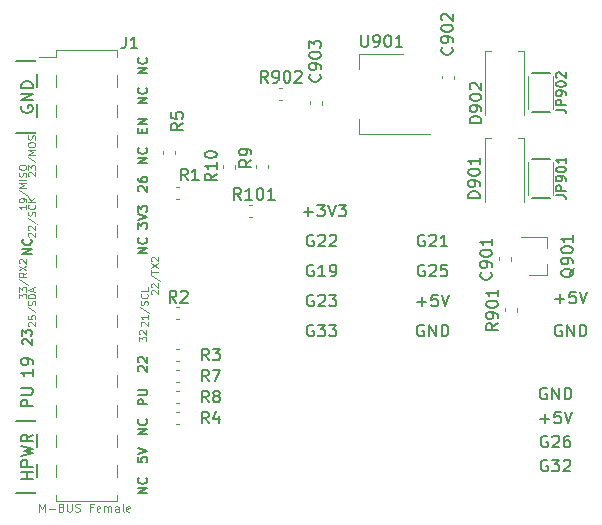
<source format=gto>
G04 #@! TF.GenerationSoftware,KiCad,Pcbnew,(5.1.4)-1*
G04 #@! TF.CreationDate,2020-04-17T11:16:30+09:00*
G04 #@! TF.ProjectId,M5_Atom2Mbus,4d355f41-746f-46d3-924d-6275732e6b69,v0.1*
G04 #@! TF.SameCoordinates,Original*
G04 #@! TF.FileFunction,Legend,Top*
G04 #@! TF.FilePolarity,Positive*
%FSLAX46Y46*%
G04 Gerber Fmt 4.6, Leading zero omitted, Abs format (unit mm)*
G04 Created by KiCad (PCBNEW (5.1.4)-1) date 2020-04-17 11:16:30*
%MOMM*%
%LPD*%
G04 APERTURE LIST*
%ADD10C,0.200000*%
%ADD11C,0.150000*%
%ADD12C,0.100000*%
%ADD13C,0.120000*%
%ADD14C,0.203200*%
%ADD15C,0.144780*%
%ADD16C,0.127000*%
%ADD17R,2.000200X1.568400*%
%ADD18C,1.200000*%
%ADD19C,1.400000*%
%ADD20R,3.550000X1.400000*%
%ADD21C,2.100000*%
%ADD22C,1.275000*%
%ADD23R,2.100000X2.100000*%
%ADD24O,2.100000X2.100000*%
%ADD25R,1.750000X1.750000*%
%ADD26C,1.750000*%
%ADD27R,1.300000X1.200000*%
%ADD28C,3.600000*%
%ADD29C,2.600000*%
%ADD30R,2.200000X2.900000*%
%ADD31R,2.400000X4.200000*%
%ADD32R,2.400000X1.900000*%
G04 APERTURE END LIST*
D10*
X105468380Y-119053714D02*
X104468380Y-119053714D01*
X104468380Y-118672761D01*
X104516000Y-118577523D01*
X104563619Y-118529904D01*
X104658857Y-118482285D01*
X104801714Y-118482285D01*
X104896952Y-118529904D01*
X104944571Y-118577523D01*
X104992190Y-118672761D01*
X104992190Y-119053714D01*
X104468380Y-118053714D02*
X105277904Y-118053714D01*
X105373142Y-118006095D01*
X105420761Y-117958476D01*
X105468380Y-117863238D01*
X105468380Y-117672761D01*
X105420761Y-117577523D01*
X105373142Y-117529904D01*
X105277904Y-117482285D01*
X104468380Y-117482285D01*
X105468380Y-115918476D02*
X105468380Y-116489904D01*
X105468380Y-116204190D02*
X104468380Y-116204190D01*
X104611238Y-116299428D01*
X104706476Y-116394666D01*
X104754095Y-116489904D01*
X105468380Y-115442285D02*
X105468380Y-115251809D01*
X105420761Y-115156571D01*
X105373142Y-115108952D01*
X105230285Y-115013714D01*
X105039809Y-114966095D01*
X104658857Y-114966095D01*
X104563619Y-115013714D01*
X104516000Y-115061333D01*
X104468380Y-115156571D01*
X104468380Y-115347047D01*
X104516000Y-115442285D01*
X104563619Y-115489904D01*
X104658857Y-115537523D01*
X104896952Y-115537523D01*
X104992190Y-115489904D01*
X105039809Y-115442285D01*
X105087428Y-115347047D01*
X105087428Y-115156571D01*
X105039809Y-115061333D01*
X104992190Y-115013714D01*
X104896952Y-114966095D01*
D11*
X104654095Y-113797523D02*
X104616000Y-113759428D01*
X104577904Y-113683238D01*
X104577904Y-113492761D01*
X104616000Y-113416571D01*
X104654095Y-113378476D01*
X104730285Y-113340380D01*
X104806476Y-113340380D01*
X104920761Y-113378476D01*
X105377904Y-113835619D01*
X105377904Y-113340380D01*
X104577904Y-113073714D02*
X104577904Y-112578476D01*
X104882666Y-112845142D01*
X104882666Y-112730857D01*
X104920761Y-112654666D01*
X104958857Y-112616571D01*
X105035047Y-112578476D01*
X105225523Y-112578476D01*
X105301714Y-112616571D01*
X105339809Y-112654666D01*
X105377904Y-112730857D01*
X105377904Y-112959428D01*
X105339809Y-113035619D01*
X105301714Y-113073714D01*
D12*
X105125571Y-112262285D02*
X105097000Y-112233714D01*
X105068428Y-112176571D01*
X105068428Y-112033714D01*
X105097000Y-111976571D01*
X105125571Y-111948000D01*
X105182714Y-111919428D01*
X105239857Y-111919428D01*
X105325571Y-111948000D01*
X105668428Y-112290857D01*
X105668428Y-111919428D01*
X105068428Y-111376571D02*
X105068428Y-111662285D01*
X105354142Y-111690857D01*
X105325571Y-111662285D01*
X105297000Y-111605142D01*
X105297000Y-111462285D01*
X105325571Y-111405142D01*
X105354142Y-111376571D01*
X105411285Y-111348000D01*
X105554142Y-111348000D01*
X105611285Y-111376571D01*
X105639857Y-111405142D01*
X105668428Y-111462285D01*
X105668428Y-111605142D01*
X105639857Y-111662285D01*
X105611285Y-111690857D01*
X105039857Y-110662285D02*
X105811285Y-111176571D01*
X105639857Y-110490857D02*
X105668428Y-110405142D01*
X105668428Y-110262285D01*
X105639857Y-110205142D01*
X105611285Y-110176571D01*
X105554142Y-110148000D01*
X105497000Y-110148000D01*
X105439857Y-110176571D01*
X105411285Y-110205142D01*
X105382714Y-110262285D01*
X105354142Y-110376571D01*
X105325571Y-110433714D01*
X105297000Y-110462285D01*
X105239857Y-110490857D01*
X105182714Y-110490857D01*
X105125571Y-110462285D01*
X105097000Y-110433714D01*
X105068428Y-110376571D01*
X105068428Y-110233714D01*
X105097000Y-110148000D01*
X105668428Y-109890857D02*
X105068428Y-109890857D01*
X105068428Y-109748000D01*
X105097000Y-109662285D01*
X105154142Y-109605142D01*
X105211285Y-109576571D01*
X105325571Y-109548000D01*
X105411285Y-109548000D01*
X105525571Y-109576571D01*
X105582714Y-109605142D01*
X105639857Y-109662285D01*
X105668428Y-109748000D01*
X105668428Y-109890857D01*
X105497000Y-109319428D02*
X105497000Y-109033714D01*
X105668428Y-109376571D02*
X105068428Y-109176571D01*
X105668428Y-108976571D01*
X104306428Y-109906428D02*
X104306428Y-109535000D01*
X104535000Y-109735000D01*
X104535000Y-109649285D01*
X104563571Y-109592142D01*
X104592142Y-109563571D01*
X104649285Y-109535000D01*
X104792142Y-109535000D01*
X104849285Y-109563571D01*
X104877857Y-109592142D01*
X104906428Y-109649285D01*
X104906428Y-109820714D01*
X104877857Y-109877857D01*
X104849285Y-109906428D01*
X104306428Y-109335000D02*
X104306428Y-108963571D01*
X104535000Y-109163571D01*
X104535000Y-109077857D01*
X104563571Y-109020714D01*
X104592142Y-108992142D01*
X104649285Y-108963571D01*
X104792142Y-108963571D01*
X104849285Y-108992142D01*
X104877857Y-109020714D01*
X104906428Y-109077857D01*
X104906428Y-109249285D01*
X104877857Y-109306428D01*
X104849285Y-109335000D01*
X104277857Y-108277857D02*
X105049285Y-108792142D01*
X104906428Y-107735000D02*
X104620714Y-107935000D01*
X104906428Y-108077857D02*
X104306428Y-108077857D01*
X104306428Y-107849285D01*
X104335000Y-107792142D01*
X104363571Y-107763571D01*
X104420714Y-107735000D01*
X104506428Y-107735000D01*
X104563571Y-107763571D01*
X104592142Y-107792142D01*
X104620714Y-107849285D01*
X104620714Y-108077857D01*
X104306428Y-107535000D02*
X104906428Y-107135000D01*
X104306428Y-107135000D02*
X104906428Y-107535000D01*
X104363571Y-106935000D02*
X104335000Y-106906428D01*
X104306428Y-106849285D01*
X104306428Y-106706428D01*
X104335000Y-106649285D01*
X104363571Y-106620714D01*
X104420714Y-106592142D01*
X104477857Y-106592142D01*
X104563571Y-106620714D01*
X104906428Y-106963571D01*
X104906428Y-106592142D01*
D11*
X105377904Y-106196571D02*
X104577904Y-106196571D01*
X105377904Y-105739428D01*
X104577904Y-105739428D01*
X105301714Y-104901333D02*
X105339809Y-104939428D01*
X105377904Y-105053714D01*
X105377904Y-105129904D01*
X105339809Y-105244190D01*
X105263619Y-105320380D01*
X105187428Y-105358476D01*
X105035047Y-105396571D01*
X104920761Y-105396571D01*
X104768380Y-105358476D01*
X104692190Y-105320380D01*
X104616000Y-105244190D01*
X104577904Y-105129904D01*
X104577904Y-105053714D01*
X104616000Y-104939428D01*
X104654095Y-104901333D01*
D12*
X105125571Y-104685142D02*
X105097000Y-104656571D01*
X105068428Y-104599428D01*
X105068428Y-104456571D01*
X105097000Y-104399428D01*
X105125571Y-104370857D01*
X105182714Y-104342285D01*
X105239857Y-104342285D01*
X105325571Y-104370857D01*
X105668428Y-104713714D01*
X105668428Y-104342285D01*
X105125571Y-104113714D02*
X105097000Y-104085142D01*
X105068428Y-104028000D01*
X105068428Y-103885142D01*
X105097000Y-103828000D01*
X105125571Y-103799428D01*
X105182714Y-103770857D01*
X105239857Y-103770857D01*
X105325571Y-103799428D01*
X105668428Y-104142285D01*
X105668428Y-103770857D01*
X105039857Y-103085142D02*
X105811285Y-103599428D01*
X105639857Y-102913714D02*
X105668428Y-102828000D01*
X105668428Y-102685142D01*
X105639857Y-102628000D01*
X105611285Y-102599428D01*
X105554142Y-102570857D01*
X105497000Y-102570857D01*
X105439857Y-102599428D01*
X105411285Y-102628000D01*
X105382714Y-102685142D01*
X105354142Y-102799428D01*
X105325571Y-102856571D01*
X105297000Y-102885142D01*
X105239857Y-102913714D01*
X105182714Y-102913714D01*
X105125571Y-102885142D01*
X105097000Y-102856571D01*
X105068428Y-102799428D01*
X105068428Y-102656571D01*
X105097000Y-102570857D01*
X105611285Y-101970857D02*
X105639857Y-101999428D01*
X105668428Y-102085142D01*
X105668428Y-102142285D01*
X105639857Y-102228000D01*
X105582714Y-102285142D01*
X105525571Y-102313714D01*
X105411285Y-102342285D01*
X105325571Y-102342285D01*
X105211285Y-102313714D01*
X105154142Y-102285142D01*
X105097000Y-102228000D01*
X105068428Y-102142285D01*
X105068428Y-102085142D01*
X105097000Y-101999428D01*
X105125571Y-101970857D01*
X105668428Y-101713714D02*
X105068428Y-101713714D01*
X105668428Y-101370857D02*
X105325571Y-101628000D01*
X105068428Y-101370857D02*
X105411285Y-101713714D01*
X104906428Y-102002285D02*
X104906428Y-102345142D01*
X104906428Y-102173714D02*
X104306428Y-102173714D01*
X104392142Y-102230857D01*
X104449285Y-102288000D01*
X104477857Y-102345142D01*
X104906428Y-101716571D02*
X104906428Y-101602285D01*
X104877857Y-101545142D01*
X104849285Y-101516571D01*
X104763571Y-101459428D01*
X104649285Y-101430857D01*
X104420714Y-101430857D01*
X104363571Y-101459428D01*
X104335000Y-101488000D01*
X104306428Y-101545142D01*
X104306428Y-101659428D01*
X104335000Y-101716571D01*
X104363571Y-101745142D01*
X104420714Y-101773714D01*
X104563571Y-101773714D01*
X104620714Y-101745142D01*
X104649285Y-101716571D01*
X104677857Y-101659428D01*
X104677857Y-101545142D01*
X104649285Y-101488000D01*
X104620714Y-101459428D01*
X104563571Y-101430857D01*
X104277857Y-100745142D02*
X105049285Y-101259428D01*
X104906428Y-100545142D02*
X104306428Y-100545142D01*
X104735000Y-100345142D01*
X104306428Y-100145142D01*
X104906428Y-100145142D01*
X104906428Y-99859428D02*
X104306428Y-99859428D01*
X104877857Y-99602285D02*
X104906428Y-99516571D01*
X104906428Y-99373714D01*
X104877857Y-99316571D01*
X104849285Y-99288000D01*
X104792142Y-99259428D01*
X104735000Y-99259428D01*
X104677857Y-99288000D01*
X104649285Y-99316571D01*
X104620714Y-99373714D01*
X104592142Y-99488000D01*
X104563571Y-99545142D01*
X104535000Y-99573714D01*
X104477857Y-99602285D01*
X104420714Y-99602285D01*
X104363571Y-99573714D01*
X104335000Y-99545142D01*
X104306428Y-99488000D01*
X104306428Y-99345142D01*
X104335000Y-99259428D01*
X104306428Y-98888000D02*
X104306428Y-98773714D01*
X104335000Y-98716571D01*
X104392142Y-98659428D01*
X104506428Y-98630857D01*
X104706428Y-98630857D01*
X104820714Y-98659428D01*
X104877857Y-98716571D01*
X104906428Y-98773714D01*
X104906428Y-98888000D01*
X104877857Y-98945142D01*
X104820714Y-99002285D01*
X104706428Y-99030857D01*
X104506428Y-99030857D01*
X104392142Y-99002285D01*
X104335000Y-98945142D01*
X104306428Y-98888000D01*
X105125571Y-99551142D02*
X105097000Y-99522571D01*
X105068428Y-99465428D01*
X105068428Y-99322571D01*
X105097000Y-99265428D01*
X105125571Y-99236857D01*
X105182714Y-99208285D01*
X105239857Y-99208285D01*
X105325571Y-99236857D01*
X105668428Y-99579714D01*
X105668428Y-99208285D01*
X105068428Y-99008285D02*
X105068428Y-98636857D01*
X105297000Y-98836857D01*
X105297000Y-98751142D01*
X105325571Y-98694000D01*
X105354142Y-98665428D01*
X105411285Y-98636857D01*
X105554142Y-98636857D01*
X105611285Y-98665428D01*
X105639857Y-98694000D01*
X105668428Y-98751142D01*
X105668428Y-98922571D01*
X105639857Y-98979714D01*
X105611285Y-99008285D01*
X105039857Y-97951142D02*
X105811285Y-98465428D01*
X105668428Y-97751142D02*
X105068428Y-97751142D01*
X105497000Y-97551142D01*
X105068428Y-97351142D01*
X105668428Y-97351142D01*
X105068428Y-96951142D02*
X105068428Y-96836857D01*
X105097000Y-96779714D01*
X105154142Y-96722571D01*
X105268428Y-96694000D01*
X105468428Y-96694000D01*
X105582714Y-96722571D01*
X105639857Y-96779714D01*
X105668428Y-96836857D01*
X105668428Y-96951142D01*
X105639857Y-97008285D01*
X105582714Y-97065428D01*
X105468428Y-97094000D01*
X105268428Y-97094000D01*
X105154142Y-97065428D01*
X105097000Y-97008285D01*
X105068428Y-96951142D01*
X105639857Y-96465428D02*
X105668428Y-96379714D01*
X105668428Y-96236857D01*
X105639857Y-96179714D01*
X105611285Y-96151142D01*
X105554142Y-96122571D01*
X105497000Y-96122571D01*
X105439857Y-96151142D01*
X105411285Y-96179714D01*
X105382714Y-96236857D01*
X105354142Y-96351142D01*
X105325571Y-96408285D01*
X105297000Y-96436857D01*
X105239857Y-96465428D01*
X105182714Y-96465428D01*
X105125571Y-96436857D01*
X105097000Y-96408285D01*
X105068428Y-96351142D01*
X105068428Y-96208285D01*
X105097000Y-96122571D01*
X105668428Y-95865428D02*
X105068428Y-95865428D01*
D11*
X115156904Y-90829571D02*
X114356904Y-90829571D01*
X115156904Y-90372428D01*
X114356904Y-90372428D01*
X115080714Y-89534333D02*
X115118809Y-89572428D01*
X115156904Y-89686714D01*
X115156904Y-89762904D01*
X115118809Y-89877190D01*
X115042619Y-89953380D01*
X114966428Y-89991476D01*
X114814047Y-90029571D01*
X114699761Y-90029571D01*
X114547380Y-89991476D01*
X114471190Y-89953380D01*
X114395000Y-89877190D01*
X114356904Y-89762904D01*
X114356904Y-89686714D01*
X114395000Y-89572428D01*
X114433095Y-89534333D01*
X115156904Y-93369571D02*
X114356904Y-93369571D01*
X115156904Y-92912428D01*
X114356904Y-92912428D01*
X115080714Y-92074333D02*
X115118809Y-92112428D01*
X115156904Y-92226714D01*
X115156904Y-92302904D01*
X115118809Y-92417190D01*
X115042619Y-92493380D01*
X114966428Y-92531476D01*
X114814047Y-92569571D01*
X114699761Y-92569571D01*
X114547380Y-92531476D01*
X114471190Y-92493380D01*
X114395000Y-92417190D01*
X114356904Y-92302904D01*
X114356904Y-92226714D01*
X114395000Y-92112428D01*
X114433095Y-92074333D01*
X115156904Y-98449571D02*
X114356904Y-98449571D01*
X115156904Y-97992428D01*
X114356904Y-97992428D01*
X115080714Y-97154333D02*
X115118809Y-97192428D01*
X115156904Y-97306714D01*
X115156904Y-97382904D01*
X115118809Y-97497190D01*
X115042619Y-97573380D01*
X114966428Y-97611476D01*
X114814047Y-97649571D01*
X114699761Y-97649571D01*
X114547380Y-97611476D01*
X114471190Y-97573380D01*
X114395000Y-97497190D01*
X114356904Y-97382904D01*
X114356904Y-97306714D01*
X114395000Y-97192428D01*
X114433095Y-97154333D01*
X114433095Y-100843523D02*
X114395000Y-100805428D01*
X114356904Y-100729238D01*
X114356904Y-100538761D01*
X114395000Y-100462571D01*
X114433095Y-100424476D01*
X114509285Y-100386380D01*
X114585476Y-100386380D01*
X114699761Y-100424476D01*
X115156904Y-100881619D01*
X115156904Y-100386380D01*
X114356904Y-99700666D02*
X114356904Y-99853047D01*
X114395000Y-99929238D01*
X114433095Y-99967333D01*
X114547380Y-100043523D01*
X114699761Y-100081619D01*
X115004523Y-100081619D01*
X115080714Y-100043523D01*
X115118809Y-100005428D01*
X115156904Y-99929238D01*
X115156904Y-99776857D01*
X115118809Y-99700666D01*
X115080714Y-99662571D01*
X115004523Y-99624476D01*
X114814047Y-99624476D01*
X114737857Y-99662571D01*
X114699761Y-99700666D01*
X114661666Y-99776857D01*
X114661666Y-99929238D01*
X114699761Y-100005428D01*
X114737857Y-100043523D01*
X114814047Y-100081619D01*
X115156904Y-106069571D02*
X114356904Y-106069571D01*
X115156904Y-105612428D01*
X114356904Y-105612428D01*
X115080714Y-104774333D02*
X115118809Y-104812428D01*
X115156904Y-104926714D01*
X115156904Y-105002904D01*
X115118809Y-105117190D01*
X115042619Y-105193380D01*
X114966428Y-105231476D01*
X114814047Y-105269571D01*
X114699761Y-105269571D01*
X114547380Y-105231476D01*
X114471190Y-105193380D01*
X114395000Y-105117190D01*
X114356904Y-105002904D01*
X114356904Y-104926714D01*
X114395000Y-104812428D01*
X114433095Y-104774333D01*
D12*
X115539571Y-109552428D02*
X115511000Y-109523857D01*
X115482428Y-109466714D01*
X115482428Y-109323857D01*
X115511000Y-109266714D01*
X115539571Y-109238142D01*
X115596714Y-109209571D01*
X115653857Y-109209571D01*
X115739571Y-109238142D01*
X116082428Y-109581000D01*
X116082428Y-109209571D01*
X115539571Y-108981000D02*
X115511000Y-108952428D01*
X115482428Y-108895285D01*
X115482428Y-108752428D01*
X115511000Y-108695285D01*
X115539571Y-108666714D01*
X115596714Y-108638142D01*
X115653857Y-108638142D01*
X115739571Y-108666714D01*
X116082428Y-109009571D01*
X116082428Y-108638142D01*
X115453857Y-107952428D02*
X116225285Y-108466714D01*
X115482428Y-107838142D02*
X115482428Y-107495285D01*
X116082428Y-107666714D02*
X115482428Y-107666714D01*
X115482428Y-107352428D02*
X116082428Y-106952428D01*
X115482428Y-106952428D02*
X116082428Y-107352428D01*
X115539571Y-106752428D02*
X115511000Y-106723857D01*
X115482428Y-106666714D01*
X115482428Y-106523857D01*
X115511000Y-106466714D01*
X115539571Y-106438142D01*
X115596714Y-106409571D01*
X115653857Y-106409571D01*
X115739571Y-106438142D01*
X116082428Y-106781000D01*
X116082428Y-106409571D01*
X114650571Y-112248000D02*
X114622000Y-112219428D01*
X114593428Y-112162285D01*
X114593428Y-112019428D01*
X114622000Y-111962285D01*
X114650571Y-111933714D01*
X114707714Y-111905142D01*
X114764857Y-111905142D01*
X114850571Y-111933714D01*
X115193428Y-112276571D01*
X115193428Y-111905142D01*
X115193428Y-111333714D02*
X115193428Y-111676571D01*
X115193428Y-111505142D02*
X114593428Y-111505142D01*
X114679142Y-111562285D01*
X114736285Y-111619428D01*
X114764857Y-111676571D01*
X114564857Y-110648000D02*
X115336285Y-111162285D01*
X115164857Y-110476571D02*
X115193428Y-110390857D01*
X115193428Y-110248000D01*
X115164857Y-110190857D01*
X115136285Y-110162285D01*
X115079142Y-110133714D01*
X115022000Y-110133714D01*
X114964857Y-110162285D01*
X114936285Y-110190857D01*
X114907714Y-110248000D01*
X114879142Y-110362285D01*
X114850571Y-110419428D01*
X114822000Y-110448000D01*
X114764857Y-110476571D01*
X114707714Y-110476571D01*
X114650571Y-110448000D01*
X114622000Y-110419428D01*
X114593428Y-110362285D01*
X114593428Y-110219428D01*
X114622000Y-110133714D01*
X115136285Y-109533714D02*
X115164857Y-109562285D01*
X115193428Y-109648000D01*
X115193428Y-109705142D01*
X115164857Y-109790857D01*
X115107714Y-109848000D01*
X115050571Y-109876571D01*
X114936285Y-109905142D01*
X114850571Y-109905142D01*
X114736285Y-109876571D01*
X114679142Y-109848000D01*
X114622000Y-109790857D01*
X114593428Y-109705142D01*
X114593428Y-109648000D01*
X114622000Y-109562285D01*
X114650571Y-109533714D01*
X115193428Y-108990857D02*
X115193428Y-109276571D01*
X114593428Y-109276571D01*
X114466428Y-113546714D02*
X114466428Y-113175285D01*
X114695000Y-113375285D01*
X114695000Y-113289571D01*
X114723571Y-113232428D01*
X114752142Y-113203857D01*
X114809285Y-113175285D01*
X114952142Y-113175285D01*
X115009285Y-113203857D01*
X115037857Y-113232428D01*
X115066428Y-113289571D01*
X115066428Y-113461000D01*
X115037857Y-113518142D01*
X115009285Y-113546714D01*
X114523571Y-112946714D02*
X114495000Y-112918142D01*
X114466428Y-112861000D01*
X114466428Y-112718142D01*
X114495000Y-112661000D01*
X114523571Y-112632428D01*
X114580714Y-112603857D01*
X114637857Y-112603857D01*
X114723571Y-112632428D01*
X115066428Y-112975285D01*
X115066428Y-112603857D01*
D11*
X114433095Y-116083523D02*
X114395000Y-116045428D01*
X114356904Y-115969238D01*
X114356904Y-115778761D01*
X114395000Y-115702571D01*
X114433095Y-115664476D01*
X114509285Y-115626380D01*
X114585476Y-115626380D01*
X114699761Y-115664476D01*
X115156904Y-116121619D01*
X115156904Y-115626380D01*
X114433095Y-115321619D02*
X114395000Y-115283523D01*
X114356904Y-115207333D01*
X114356904Y-115016857D01*
X114395000Y-114940666D01*
X114433095Y-114902571D01*
X114509285Y-114864476D01*
X114585476Y-114864476D01*
X114699761Y-114902571D01*
X115156904Y-115359714D01*
X115156904Y-114864476D01*
X115156904Y-118896571D02*
X114356904Y-118896571D01*
X114356904Y-118591809D01*
X114395000Y-118515619D01*
X114433095Y-118477523D01*
X114509285Y-118439428D01*
X114623571Y-118439428D01*
X114699761Y-118477523D01*
X114737857Y-118515619D01*
X114775952Y-118591809D01*
X114775952Y-118896571D01*
X114356904Y-118096571D02*
X115004523Y-118096571D01*
X115080714Y-118058476D01*
X115118809Y-118020380D01*
X115156904Y-117944190D01*
X115156904Y-117791809D01*
X115118809Y-117715619D01*
X115080714Y-117677523D01*
X115004523Y-117639428D01*
X114356904Y-117639428D01*
X115156904Y-121436571D02*
X114356904Y-121436571D01*
X115156904Y-120979428D01*
X114356904Y-120979428D01*
X115080714Y-120141333D02*
X115118809Y-120179428D01*
X115156904Y-120293714D01*
X115156904Y-120369904D01*
X115118809Y-120484190D01*
X115042619Y-120560380D01*
X114966428Y-120598476D01*
X114814047Y-120636571D01*
X114699761Y-120636571D01*
X114547380Y-120598476D01*
X114471190Y-120560380D01*
X114395000Y-120484190D01*
X114356904Y-120369904D01*
X114356904Y-120293714D01*
X114395000Y-120179428D01*
X114433095Y-120141333D01*
X115156904Y-126389571D02*
X114356904Y-126389571D01*
X115156904Y-125932428D01*
X114356904Y-125932428D01*
X115080714Y-125094333D02*
X115118809Y-125132428D01*
X115156904Y-125246714D01*
X115156904Y-125322904D01*
X115118809Y-125437190D01*
X115042619Y-125513380D01*
X114966428Y-125551476D01*
X114814047Y-125589571D01*
X114699761Y-125589571D01*
X114547380Y-125551476D01*
X114471190Y-125513380D01*
X114395000Y-125437190D01*
X114356904Y-125322904D01*
X114356904Y-125246714D01*
X114395000Y-125132428D01*
X114433095Y-125094333D01*
X129217523Y-112180000D02*
X129122285Y-112132380D01*
X128979428Y-112132380D01*
X128836571Y-112180000D01*
X128741333Y-112275238D01*
X128693714Y-112370476D01*
X128646095Y-112560952D01*
X128646095Y-112703809D01*
X128693714Y-112894285D01*
X128741333Y-112989523D01*
X128836571Y-113084761D01*
X128979428Y-113132380D01*
X129074666Y-113132380D01*
X129217523Y-113084761D01*
X129265142Y-113037142D01*
X129265142Y-112703809D01*
X129074666Y-112703809D01*
X129598476Y-112132380D02*
X130217523Y-112132380D01*
X129884190Y-112513333D01*
X130027047Y-112513333D01*
X130122285Y-112560952D01*
X130169904Y-112608571D01*
X130217523Y-112703809D01*
X130217523Y-112941904D01*
X130169904Y-113037142D01*
X130122285Y-113084761D01*
X130027047Y-113132380D01*
X129741333Y-113132380D01*
X129646095Y-113084761D01*
X129598476Y-113037142D01*
X130550857Y-112132380D02*
X131169904Y-112132380D01*
X130836571Y-112513333D01*
X130979428Y-112513333D01*
X131074666Y-112560952D01*
X131122285Y-112608571D01*
X131169904Y-112703809D01*
X131169904Y-112941904D01*
X131122285Y-113037142D01*
X131074666Y-113084761D01*
X130979428Y-113132380D01*
X130693714Y-113132380D01*
X130598476Y-113084761D01*
X130550857Y-113037142D01*
X129217523Y-109640000D02*
X129122285Y-109592380D01*
X128979428Y-109592380D01*
X128836571Y-109640000D01*
X128741333Y-109735238D01*
X128693714Y-109830476D01*
X128646095Y-110020952D01*
X128646095Y-110163809D01*
X128693714Y-110354285D01*
X128741333Y-110449523D01*
X128836571Y-110544761D01*
X128979428Y-110592380D01*
X129074666Y-110592380D01*
X129217523Y-110544761D01*
X129265142Y-110497142D01*
X129265142Y-110163809D01*
X129074666Y-110163809D01*
X129646095Y-109687619D02*
X129693714Y-109640000D01*
X129788952Y-109592380D01*
X130027047Y-109592380D01*
X130122285Y-109640000D01*
X130169904Y-109687619D01*
X130217523Y-109782857D01*
X130217523Y-109878095D01*
X130169904Y-110020952D01*
X129598476Y-110592380D01*
X130217523Y-110592380D01*
X130550857Y-109592380D02*
X131169904Y-109592380D01*
X130836571Y-109973333D01*
X130979428Y-109973333D01*
X131074666Y-110020952D01*
X131122285Y-110068571D01*
X131169904Y-110163809D01*
X131169904Y-110401904D01*
X131122285Y-110497142D01*
X131074666Y-110544761D01*
X130979428Y-110592380D01*
X130693714Y-110592380D01*
X130598476Y-110544761D01*
X130550857Y-110497142D01*
X129217523Y-107100000D02*
X129122285Y-107052380D01*
X128979428Y-107052380D01*
X128836571Y-107100000D01*
X128741333Y-107195238D01*
X128693714Y-107290476D01*
X128646095Y-107480952D01*
X128646095Y-107623809D01*
X128693714Y-107814285D01*
X128741333Y-107909523D01*
X128836571Y-108004761D01*
X128979428Y-108052380D01*
X129074666Y-108052380D01*
X129217523Y-108004761D01*
X129265142Y-107957142D01*
X129265142Y-107623809D01*
X129074666Y-107623809D01*
X130217523Y-108052380D02*
X129646095Y-108052380D01*
X129931809Y-108052380D02*
X129931809Y-107052380D01*
X129836571Y-107195238D01*
X129741333Y-107290476D01*
X129646095Y-107338095D01*
X130693714Y-108052380D02*
X130884190Y-108052380D01*
X130979428Y-108004761D01*
X131027047Y-107957142D01*
X131122285Y-107814285D01*
X131169904Y-107623809D01*
X131169904Y-107242857D01*
X131122285Y-107147619D01*
X131074666Y-107100000D01*
X130979428Y-107052380D01*
X130788952Y-107052380D01*
X130693714Y-107100000D01*
X130646095Y-107147619D01*
X130598476Y-107242857D01*
X130598476Y-107480952D01*
X130646095Y-107576190D01*
X130693714Y-107623809D01*
X130788952Y-107671428D01*
X130979428Y-107671428D01*
X131074666Y-107623809D01*
X131122285Y-107576190D01*
X131169904Y-107480952D01*
X129217523Y-104560000D02*
X129122285Y-104512380D01*
X128979428Y-104512380D01*
X128836571Y-104560000D01*
X128741333Y-104655238D01*
X128693714Y-104750476D01*
X128646095Y-104940952D01*
X128646095Y-105083809D01*
X128693714Y-105274285D01*
X128741333Y-105369523D01*
X128836571Y-105464761D01*
X128979428Y-105512380D01*
X129074666Y-105512380D01*
X129217523Y-105464761D01*
X129265142Y-105417142D01*
X129265142Y-105083809D01*
X129074666Y-105083809D01*
X129646095Y-104607619D02*
X129693714Y-104560000D01*
X129788952Y-104512380D01*
X130027047Y-104512380D01*
X130122285Y-104560000D01*
X130169904Y-104607619D01*
X130217523Y-104702857D01*
X130217523Y-104798095D01*
X130169904Y-104940952D01*
X129598476Y-105512380D01*
X130217523Y-105512380D01*
X130598476Y-104607619D02*
X130646095Y-104560000D01*
X130741333Y-104512380D01*
X130979428Y-104512380D01*
X131074666Y-104560000D01*
X131122285Y-104607619D01*
X131169904Y-104702857D01*
X131169904Y-104798095D01*
X131122285Y-104940952D01*
X130550857Y-105512380D01*
X131169904Y-105512380D01*
X128400095Y-102591428D02*
X129162000Y-102591428D01*
X128781047Y-102972380D02*
X128781047Y-102210476D01*
X129542952Y-101972380D02*
X130162000Y-101972380D01*
X129828666Y-102353333D01*
X129971523Y-102353333D01*
X130066761Y-102400952D01*
X130114380Y-102448571D01*
X130162000Y-102543809D01*
X130162000Y-102781904D01*
X130114380Y-102877142D01*
X130066761Y-102924761D01*
X129971523Y-102972380D01*
X129685809Y-102972380D01*
X129590571Y-102924761D01*
X129542952Y-102877142D01*
X130447714Y-101972380D02*
X130781047Y-102972380D01*
X131114380Y-101972380D01*
X131352476Y-101972380D02*
X131971523Y-101972380D01*
X131638190Y-102353333D01*
X131781047Y-102353333D01*
X131876285Y-102400952D01*
X131923904Y-102448571D01*
X131971523Y-102543809D01*
X131971523Y-102781904D01*
X131923904Y-102877142D01*
X131876285Y-102924761D01*
X131781047Y-102972380D01*
X131495333Y-102972380D01*
X131400095Y-102924761D01*
X131352476Y-102877142D01*
X138544095Y-112180000D02*
X138448857Y-112132380D01*
X138306000Y-112132380D01*
X138163142Y-112180000D01*
X138067904Y-112275238D01*
X138020285Y-112370476D01*
X137972666Y-112560952D01*
X137972666Y-112703809D01*
X138020285Y-112894285D01*
X138067904Y-112989523D01*
X138163142Y-113084761D01*
X138306000Y-113132380D01*
X138401238Y-113132380D01*
X138544095Y-113084761D01*
X138591714Y-113037142D01*
X138591714Y-112703809D01*
X138401238Y-112703809D01*
X139020285Y-113132380D02*
X139020285Y-112132380D01*
X139591714Y-113132380D01*
X139591714Y-112132380D01*
X140067904Y-113132380D02*
X140067904Y-112132380D01*
X140306000Y-112132380D01*
X140448857Y-112180000D01*
X140544095Y-112275238D01*
X140591714Y-112370476D01*
X140639333Y-112560952D01*
X140639333Y-112703809D01*
X140591714Y-112894285D01*
X140544095Y-112989523D01*
X140448857Y-113084761D01*
X140306000Y-113132380D01*
X140067904Y-113132380D01*
X138020285Y-110211428D02*
X138782190Y-110211428D01*
X138401238Y-110592380D02*
X138401238Y-109830476D01*
X139734571Y-109592380D02*
X139258380Y-109592380D01*
X139210761Y-110068571D01*
X139258380Y-110020952D01*
X139353619Y-109973333D01*
X139591714Y-109973333D01*
X139686952Y-110020952D01*
X139734571Y-110068571D01*
X139782190Y-110163809D01*
X139782190Y-110401904D01*
X139734571Y-110497142D01*
X139686952Y-110544761D01*
X139591714Y-110592380D01*
X139353619Y-110592380D01*
X139258380Y-110544761D01*
X139210761Y-110497142D01*
X140067904Y-109592380D02*
X140401238Y-110592380D01*
X140734571Y-109592380D01*
X138615523Y-107100000D02*
X138520285Y-107052380D01*
X138377428Y-107052380D01*
X138234571Y-107100000D01*
X138139333Y-107195238D01*
X138091714Y-107290476D01*
X138044095Y-107480952D01*
X138044095Y-107623809D01*
X138091714Y-107814285D01*
X138139333Y-107909523D01*
X138234571Y-108004761D01*
X138377428Y-108052380D01*
X138472666Y-108052380D01*
X138615523Y-108004761D01*
X138663142Y-107957142D01*
X138663142Y-107623809D01*
X138472666Y-107623809D01*
X139044095Y-107147619D02*
X139091714Y-107100000D01*
X139186952Y-107052380D01*
X139425047Y-107052380D01*
X139520285Y-107100000D01*
X139567904Y-107147619D01*
X139615523Y-107242857D01*
X139615523Y-107338095D01*
X139567904Y-107480952D01*
X138996476Y-108052380D01*
X139615523Y-108052380D01*
X140520285Y-107052380D02*
X140044095Y-107052380D01*
X139996476Y-107528571D01*
X140044095Y-107480952D01*
X140139333Y-107433333D01*
X140377428Y-107433333D01*
X140472666Y-107480952D01*
X140520285Y-107528571D01*
X140567904Y-107623809D01*
X140567904Y-107861904D01*
X140520285Y-107957142D01*
X140472666Y-108004761D01*
X140377428Y-108052380D01*
X140139333Y-108052380D01*
X140044095Y-108004761D01*
X139996476Y-107957142D01*
X138615523Y-104560000D02*
X138520285Y-104512380D01*
X138377428Y-104512380D01*
X138234571Y-104560000D01*
X138139333Y-104655238D01*
X138091714Y-104750476D01*
X138044095Y-104940952D01*
X138044095Y-105083809D01*
X138091714Y-105274285D01*
X138139333Y-105369523D01*
X138234571Y-105464761D01*
X138377428Y-105512380D01*
X138472666Y-105512380D01*
X138615523Y-105464761D01*
X138663142Y-105417142D01*
X138663142Y-105083809D01*
X138472666Y-105083809D01*
X139044095Y-104607619D02*
X139091714Y-104560000D01*
X139186952Y-104512380D01*
X139425047Y-104512380D01*
X139520285Y-104560000D01*
X139567904Y-104607619D01*
X139615523Y-104702857D01*
X139615523Y-104798095D01*
X139567904Y-104940952D01*
X138996476Y-105512380D01*
X139615523Y-105512380D01*
X140567904Y-105512380D02*
X139996476Y-105512380D01*
X140282190Y-105512380D02*
X140282190Y-104512380D01*
X140186952Y-104655238D01*
X140091714Y-104750476D01*
X139996476Y-104798095D01*
X149029523Y-123610000D02*
X148934285Y-123562380D01*
X148791428Y-123562380D01*
X148648571Y-123610000D01*
X148553333Y-123705238D01*
X148505714Y-123800476D01*
X148458095Y-123990952D01*
X148458095Y-124133809D01*
X148505714Y-124324285D01*
X148553333Y-124419523D01*
X148648571Y-124514761D01*
X148791428Y-124562380D01*
X148886666Y-124562380D01*
X149029523Y-124514761D01*
X149077142Y-124467142D01*
X149077142Y-124133809D01*
X148886666Y-124133809D01*
X149410476Y-123562380D02*
X150029523Y-123562380D01*
X149696190Y-123943333D01*
X149839047Y-123943333D01*
X149934285Y-123990952D01*
X149981904Y-124038571D01*
X150029523Y-124133809D01*
X150029523Y-124371904D01*
X149981904Y-124467142D01*
X149934285Y-124514761D01*
X149839047Y-124562380D01*
X149553333Y-124562380D01*
X149458095Y-124514761D01*
X149410476Y-124467142D01*
X150410476Y-123657619D02*
X150458095Y-123610000D01*
X150553333Y-123562380D01*
X150791428Y-123562380D01*
X150886666Y-123610000D01*
X150934285Y-123657619D01*
X150981904Y-123752857D01*
X150981904Y-123848095D01*
X150934285Y-123990952D01*
X150362857Y-124562380D01*
X150981904Y-124562380D01*
X149029523Y-121578000D02*
X148934285Y-121530380D01*
X148791428Y-121530380D01*
X148648571Y-121578000D01*
X148553333Y-121673238D01*
X148505714Y-121768476D01*
X148458095Y-121958952D01*
X148458095Y-122101809D01*
X148505714Y-122292285D01*
X148553333Y-122387523D01*
X148648571Y-122482761D01*
X148791428Y-122530380D01*
X148886666Y-122530380D01*
X149029523Y-122482761D01*
X149077142Y-122435142D01*
X149077142Y-122101809D01*
X148886666Y-122101809D01*
X149458095Y-121625619D02*
X149505714Y-121578000D01*
X149600952Y-121530380D01*
X149839047Y-121530380D01*
X149934285Y-121578000D01*
X149981904Y-121625619D01*
X150029523Y-121720857D01*
X150029523Y-121816095D01*
X149981904Y-121958952D01*
X149410476Y-122530380D01*
X150029523Y-122530380D01*
X150886666Y-121530380D02*
X150696190Y-121530380D01*
X150600952Y-121578000D01*
X150553333Y-121625619D01*
X150458095Y-121768476D01*
X150410476Y-121958952D01*
X150410476Y-122339904D01*
X150458095Y-122435142D01*
X150505714Y-122482761D01*
X150600952Y-122530380D01*
X150791428Y-122530380D01*
X150886666Y-122482761D01*
X150934285Y-122435142D01*
X150981904Y-122339904D01*
X150981904Y-122101809D01*
X150934285Y-122006571D01*
X150886666Y-121958952D01*
X150791428Y-121911333D01*
X150600952Y-121911333D01*
X150505714Y-121958952D01*
X150458095Y-122006571D01*
X150410476Y-122101809D01*
X148434285Y-120117428D02*
X149196190Y-120117428D01*
X148815238Y-120498380D02*
X148815238Y-119736476D01*
X150148571Y-119498380D02*
X149672380Y-119498380D01*
X149624761Y-119974571D01*
X149672380Y-119926952D01*
X149767619Y-119879333D01*
X150005714Y-119879333D01*
X150100952Y-119926952D01*
X150148571Y-119974571D01*
X150196190Y-120069809D01*
X150196190Y-120307904D01*
X150148571Y-120403142D01*
X150100952Y-120450761D01*
X150005714Y-120498380D01*
X149767619Y-120498380D01*
X149672380Y-120450761D01*
X149624761Y-120403142D01*
X150481904Y-119498380D02*
X150815238Y-120498380D01*
X151148571Y-119498380D01*
X148958095Y-117514000D02*
X148862857Y-117466380D01*
X148720000Y-117466380D01*
X148577142Y-117514000D01*
X148481904Y-117609238D01*
X148434285Y-117704476D01*
X148386666Y-117894952D01*
X148386666Y-118037809D01*
X148434285Y-118228285D01*
X148481904Y-118323523D01*
X148577142Y-118418761D01*
X148720000Y-118466380D01*
X148815238Y-118466380D01*
X148958095Y-118418761D01*
X149005714Y-118371142D01*
X149005714Y-118037809D01*
X148815238Y-118037809D01*
X149434285Y-118466380D02*
X149434285Y-117466380D01*
X150005714Y-118466380D01*
X150005714Y-117466380D01*
X150481904Y-118466380D02*
X150481904Y-117466380D01*
X150720000Y-117466380D01*
X150862857Y-117514000D01*
X150958095Y-117609238D01*
X151005714Y-117704476D01*
X151053333Y-117894952D01*
X151053333Y-118037809D01*
X151005714Y-118228285D01*
X150958095Y-118323523D01*
X150862857Y-118418761D01*
X150720000Y-118466380D01*
X150481904Y-118466380D01*
X149704285Y-109957428D02*
X150466190Y-109957428D01*
X150085238Y-110338380D02*
X150085238Y-109576476D01*
X151418571Y-109338380D02*
X150942380Y-109338380D01*
X150894761Y-109814571D01*
X150942380Y-109766952D01*
X151037619Y-109719333D01*
X151275714Y-109719333D01*
X151370952Y-109766952D01*
X151418571Y-109814571D01*
X151466190Y-109909809D01*
X151466190Y-110147904D01*
X151418571Y-110243142D01*
X151370952Y-110290761D01*
X151275714Y-110338380D01*
X151037619Y-110338380D01*
X150942380Y-110290761D01*
X150894761Y-110243142D01*
X151751904Y-109338380D02*
X152085238Y-110338380D01*
X152418571Y-109338380D01*
X150228095Y-112180000D02*
X150132857Y-112132380D01*
X149990000Y-112132380D01*
X149847142Y-112180000D01*
X149751904Y-112275238D01*
X149704285Y-112370476D01*
X149656666Y-112560952D01*
X149656666Y-112703809D01*
X149704285Y-112894285D01*
X149751904Y-112989523D01*
X149847142Y-113084761D01*
X149990000Y-113132380D01*
X150085238Y-113132380D01*
X150228095Y-113084761D01*
X150275714Y-113037142D01*
X150275714Y-112703809D01*
X150085238Y-112703809D01*
X150704285Y-113132380D02*
X150704285Y-112132380D01*
X151275714Y-113132380D01*
X151275714Y-112132380D01*
X151751904Y-113132380D02*
X151751904Y-112132380D01*
X151990000Y-112132380D01*
X152132857Y-112180000D01*
X152228095Y-112275238D01*
X152275714Y-112370476D01*
X152323333Y-112560952D01*
X152323333Y-112703809D01*
X152275714Y-112894285D01*
X152228095Y-112989523D01*
X152132857Y-113084761D01*
X151990000Y-113132380D01*
X151751904Y-113132380D01*
D13*
X105992000Y-127982666D02*
X105992000Y-127282666D01*
X106225333Y-127782666D01*
X106458666Y-127282666D01*
X106458666Y-127982666D01*
X106792000Y-127716000D02*
X107325333Y-127716000D01*
X107892000Y-127616000D02*
X107992000Y-127649333D01*
X108025333Y-127682666D01*
X108058666Y-127749333D01*
X108058666Y-127849333D01*
X108025333Y-127916000D01*
X107992000Y-127949333D01*
X107925333Y-127982666D01*
X107658666Y-127982666D01*
X107658666Y-127282666D01*
X107892000Y-127282666D01*
X107958666Y-127316000D01*
X107992000Y-127349333D01*
X108025333Y-127416000D01*
X108025333Y-127482666D01*
X107992000Y-127549333D01*
X107958666Y-127582666D01*
X107892000Y-127616000D01*
X107658666Y-127616000D01*
X108358666Y-127282666D02*
X108358666Y-127849333D01*
X108392000Y-127916000D01*
X108425333Y-127949333D01*
X108492000Y-127982666D01*
X108625333Y-127982666D01*
X108692000Y-127949333D01*
X108725333Y-127916000D01*
X108758666Y-127849333D01*
X108758666Y-127282666D01*
X109058666Y-127949333D02*
X109158666Y-127982666D01*
X109325333Y-127982666D01*
X109392000Y-127949333D01*
X109425333Y-127916000D01*
X109458666Y-127849333D01*
X109458666Y-127782666D01*
X109425333Y-127716000D01*
X109392000Y-127682666D01*
X109325333Y-127649333D01*
X109192000Y-127616000D01*
X109125333Y-127582666D01*
X109092000Y-127549333D01*
X109058666Y-127482666D01*
X109058666Y-127416000D01*
X109092000Y-127349333D01*
X109125333Y-127316000D01*
X109192000Y-127282666D01*
X109358666Y-127282666D01*
X109458666Y-127316000D01*
X110525333Y-127616000D02*
X110292000Y-127616000D01*
X110292000Y-127982666D02*
X110292000Y-127282666D01*
X110625333Y-127282666D01*
X111158666Y-127949333D02*
X111092000Y-127982666D01*
X110958666Y-127982666D01*
X110892000Y-127949333D01*
X110858666Y-127882666D01*
X110858666Y-127616000D01*
X110892000Y-127549333D01*
X110958666Y-127516000D01*
X111092000Y-127516000D01*
X111158666Y-127549333D01*
X111192000Y-127616000D01*
X111192000Y-127682666D01*
X110858666Y-127749333D01*
X111492000Y-127982666D02*
X111492000Y-127516000D01*
X111492000Y-127582666D02*
X111525333Y-127549333D01*
X111592000Y-127516000D01*
X111692000Y-127516000D01*
X111758666Y-127549333D01*
X111792000Y-127616000D01*
X111792000Y-127982666D01*
X111792000Y-127616000D02*
X111825333Y-127549333D01*
X111892000Y-127516000D01*
X111992000Y-127516000D01*
X112058666Y-127549333D01*
X112092000Y-127616000D01*
X112092000Y-127982666D01*
X112725333Y-127982666D02*
X112725333Y-127616000D01*
X112692000Y-127549333D01*
X112625333Y-127516000D01*
X112492000Y-127516000D01*
X112425333Y-127549333D01*
X112725333Y-127949333D02*
X112658666Y-127982666D01*
X112492000Y-127982666D01*
X112425333Y-127949333D01*
X112392000Y-127882666D01*
X112392000Y-127816000D01*
X112425333Y-127749333D01*
X112492000Y-127716000D01*
X112658666Y-127716000D01*
X112725333Y-127682666D01*
X113158666Y-127982666D02*
X113092000Y-127949333D01*
X113058666Y-127882666D01*
X113058666Y-127282666D01*
X113692000Y-127949333D02*
X113625333Y-127982666D01*
X113492000Y-127982666D01*
X113425333Y-127949333D01*
X113392000Y-127882666D01*
X113392000Y-127616000D01*
X113425333Y-127549333D01*
X113492000Y-127516000D01*
X113625333Y-127516000D01*
X113692000Y-127549333D01*
X113725333Y-127616000D01*
X113725333Y-127682666D01*
X113392000Y-127749333D01*
D11*
X114356904Y-123373380D02*
X114356904Y-123754333D01*
X114737857Y-123792428D01*
X114699761Y-123754333D01*
X114661666Y-123678142D01*
X114661666Y-123487666D01*
X114699761Y-123411476D01*
X114737857Y-123373380D01*
X114814047Y-123335285D01*
X115004523Y-123335285D01*
X115080714Y-123373380D01*
X115118809Y-123411476D01*
X115156904Y-123487666D01*
X115156904Y-123678142D01*
X115118809Y-123754333D01*
X115080714Y-123792428D01*
X114356904Y-123106714D02*
X115156904Y-122840047D01*
X114356904Y-122573380D01*
X114356904Y-104018476D02*
X114356904Y-103523238D01*
X114661666Y-103789904D01*
X114661666Y-103675619D01*
X114699761Y-103599428D01*
X114737857Y-103561333D01*
X114814047Y-103523238D01*
X115004523Y-103523238D01*
X115080714Y-103561333D01*
X115118809Y-103599428D01*
X115156904Y-103675619D01*
X115156904Y-103904190D01*
X115118809Y-103980380D01*
X115080714Y-104018476D01*
X114356904Y-103294666D02*
X115156904Y-103028000D01*
X114356904Y-102761333D01*
X114356904Y-102570857D02*
X114356904Y-102075619D01*
X114661666Y-102342285D01*
X114661666Y-102228000D01*
X114699761Y-102151809D01*
X114737857Y-102113714D01*
X114814047Y-102075619D01*
X115004523Y-102075619D01*
X115080714Y-102113714D01*
X115118809Y-102151809D01*
X115156904Y-102228000D01*
X115156904Y-102456571D01*
X115118809Y-102532761D01*
X115080714Y-102570857D01*
X114737857Y-95871476D02*
X114737857Y-95604809D01*
X115156904Y-95490523D02*
X115156904Y-95871476D01*
X114356904Y-95871476D01*
X114356904Y-95490523D01*
X115156904Y-95147666D02*
X114356904Y-95147666D01*
X115156904Y-94690523D01*
X114356904Y-94690523D01*
D10*
X105778000Y-126396000D02*
X104000000Y-126396000D01*
X105778000Y-120300000D02*
X105778000Y-126396000D01*
X104000000Y-120300000D02*
X105778000Y-120300000D01*
X105778000Y-89820000D02*
X105778000Y-95916000D01*
X105778000Y-95916000D02*
X104000000Y-95916000D01*
X104000000Y-89820000D02*
X105778000Y-89820000D01*
X105468380Y-125205142D02*
X104468380Y-125205142D01*
X104944571Y-125205142D02*
X104944571Y-124633714D01*
X105468380Y-124633714D02*
X104468380Y-124633714D01*
X105468380Y-124157523D02*
X104468380Y-124157523D01*
X104468380Y-123776571D01*
X104516000Y-123681333D01*
X104563619Y-123633714D01*
X104658857Y-123586095D01*
X104801714Y-123586095D01*
X104896952Y-123633714D01*
X104944571Y-123681333D01*
X104992190Y-123776571D01*
X104992190Y-124157523D01*
X104468380Y-123252761D02*
X105468380Y-123014666D01*
X104754095Y-122824190D01*
X105468380Y-122633714D01*
X104468380Y-122395619D01*
X105468380Y-121443238D02*
X104992190Y-121776571D01*
X105468380Y-122014666D02*
X104468380Y-122014666D01*
X104468380Y-121633714D01*
X104516000Y-121538476D01*
X104563619Y-121490857D01*
X104658857Y-121443238D01*
X104801714Y-121443238D01*
X104896952Y-121490857D01*
X104944571Y-121538476D01*
X104992190Y-121633714D01*
X104992190Y-122014666D01*
X104516000Y-93629904D02*
X104468380Y-93725142D01*
X104468380Y-93868000D01*
X104516000Y-94010857D01*
X104611238Y-94106095D01*
X104706476Y-94153714D01*
X104896952Y-94201333D01*
X105039809Y-94201333D01*
X105230285Y-94153714D01*
X105325523Y-94106095D01*
X105420761Y-94010857D01*
X105468380Y-93868000D01*
X105468380Y-93772761D01*
X105420761Y-93629904D01*
X105373142Y-93582285D01*
X105039809Y-93582285D01*
X105039809Y-93772761D01*
X105468380Y-93153714D02*
X104468380Y-93153714D01*
X105468380Y-92582285D01*
X104468380Y-92582285D01*
X105468380Y-92106095D02*
X104468380Y-92106095D01*
X104468380Y-91868000D01*
X104516000Y-91725142D01*
X104611238Y-91629904D01*
X104706476Y-91582285D01*
X104896952Y-91534666D01*
X105039809Y-91534666D01*
X105230285Y-91582285D01*
X105325523Y-91629904D01*
X105420761Y-91725142D01*
X105468380Y-91868000D01*
X105468380Y-92106095D01*
D14*
X149466000Y-98329000D02*
X149466000Y-101123000D01*
X147688000Y-98075000D02*
X149212000Y-98075000D01*
X147688000Y-101377000D02*
X149212000Y-101377000D01*
X147434000Y-101123000D02*
X147434000Y-98329000D01*
D13*
X107400000Y-88890000D02*
X112600000Y-88890000D01*
X107400000Y-127110000D02*
X112600000Y-127110000D01*
X105960000Y-89460000D02*
X107400000Y-89460000D01*
X107400000Y-88890000D02*
X107400000Y-89460000D01*
X112600000Y-88890000D02*
X112600000Y-89460000D01*
X107400000Y-126540000D02*
X107400000Y-127110000D01*
X112600000Y-126540000D02*
X112600000Y-127110000D01*
X107400000Y-90980000D02*
X107400000Y-92000000D01*
X112600000Y-90980000D02*
X112600000Y-92000000D01*
X107400000Y-93520000D02*
X107400000Y-94540000D01*
X112600000Y-93520000D02*
X112600000Y-94540000D01*
X107400000Y-96060000D02*
X107400000Y-97080000D01*
X112600000Y-96060000D02*
X112600000Y-97080000D01*
X107400000Y-98600000D02*
X107400000Y-99620000D01*
X112600000Y-98600000D02*
X112600000Y-99620000D01*
X107400000Y-101140000D02*
X107400000Y-102160000D01*
X112600000Y-101140000D02*
X112600000Y-102160000D01*
X107400000Y-103680000D02*
X107400000Y-104700000D01*
X112600000Y-103680000D02*
X112600000Y-104700000D01*
X107400000Y-106220000D02*
X107400000Y-107240000D01*
X112600000Y-106220000D02*
X112600000Y-107240000D01*
X107400000Y-108760000D02*
X107400000Y-109780000D01*
X112600000Y-108760000D02*
X112600000Y-109780000D01*
X107400000Y-111300000D02*
X107400000Y-112320000D01*
X112600000Y-111300000D02*
X112600000Y-112320000D01*
X107400000Y-113840000D02*
X107400000Y-114860000D01*
X112600000Y-113840000D02*
X112600000Y-114860000D01*
X107400000Y-116380000D02*
X107400000Y-117400000D01*
X112600000Y-116380000D02*
X112600000Y-117400000D01*
X107400000Y-118920000D02*
X107400000Y-119940000D01*
X112600000Y-118920000D02*
X112600000Y-119940000D01*
X107400000Y-121460000D02*
X107400000Y-122480000D01*
X112600000Y-121460000D02*
X112600000Y-122480000D01*
X107400000Y-124000000D02*
X107400000Y-125020000D01*
X112600000Y-124000000D02*
X112600000Y-125020000D01*
X122544000Y-98936279D02*
X122544000Y-98610721D01*
X121524000Y-98936279D02*
X121524000Y-98610721D01*
X117553221Y-117000000D02*
X117878779Y-117000000D01*
X117553221Y-115980000D02*
X117878779Y-115980000D01*
X117878779Y-101506000D02*
X117553221Y-101506000D01*
X117878779Y-100486000D02*
X117553221Y-100486000D01*
X117878779Y-110646000D02*
X117553221Y-110646000D01*
X117878779Y-111666000D02*
X117553221Y-111666000D01*
X117878779Y-115222000D02*
X117553221Y-115222000D01*
X117878779Y-114202000D02*
X117553221Y-114202000D01*
X117553221Y-119536000D02*
X117878779Y-119536000D01*
X117553221Y-120556000D02*
X117878779Y-120556000D01*
X116507500Y-97729779D02*
X116507500Y-97404221D01*
X117527500Y-97729779D02*
X117527500Y-97404221D01*
X117878779Y-118778000D02*
X117553221Y-118778000D01*
X117878779Y-117758000D02*
X117553221Y-117758000D01*
X125401500Y-98936279D02*
X125401500Y-98610721D01*
X124381500Y-98936279D02*
X124381500Y-98610721D01*
X144892000Y-106746779D02*
X144892000Y-106421221D01*
X145912000Y-106746779D02*
X145912000Y-106421221D01*
X148956000Y-107910000D02*
X148956000Y-106980000D01*
X148956000Y-104750000D02*
X148956000Y-105680000D01*
X148956000Y-104750000D02*
X146796000Y-104750000D01*
X148956000Y-107910000D02*
X147496000Y-107910000D01*
X145400000Y-111064779D02*
X145400000Y-110739221D01*
X146420000Y-111064779D02*
X146420000Y-110739221D01*
X141086000Y-91054221D02*
X141086000Y-91379779D01*
X140066000Y-91054221D02*
X140066000Y-91379779D01*
X128890000Y-93213221D02*
X128890000Y-93538779D01*
X129910000Y-93213221D02*
X129910000Y-93538779D01*
X147052000Y-96326000D02*
X143752000Y-96326000D01*
X143752000Y-96326000D02*
X143752000Y-101726000D01*
X147052000Y-96326000D02*
X147052000Y-101726000D01*
X147052000Y-88960000D02*
X147052000Y-94360000D01*
X143752000Y-88960000D02*
X143752000Y-94360000D01*
X147052000Y-88960000D02*
X143752000Y-88960000D01*
D14*
X147434000Y-93884000D02*
X147434000Y-91090000D01*
X147688000Y-94138000D02*
X149212000Y-94138000D01*
X147688000Y-90836000D02*
X149212000Y-90836000D01*
X149466000Y-91090000D02*
X149466000Y-93884000D01*
D13*
X123776221Y-103030000D02*
X124101779Y-103030000D01*
X123776221Y-102010000D02*
X124101779Y-102010000D01*
X126316221Y-92104000D02*
X126641779Y-92104000D01*
X126316221Y-93124000D02*
X126641779Y-93124000D01*
X133078000Y-89204000D02*
X133078000Y-90464000D01*
X133078000Y-96024000D02*
X133078000Y-94764000D01*
X136838000Y-89204000D02*
X133078000Y-89204000D01*
X139088000Y-96024000D02*
X133078000Y-96024000D01*
D15*
X149754895Y-101177428D02*
X150335466Y-101177428D01*
X150451580Y-101216133D01*
X150528990Y-101293542D01*
X150567695Y-101409657D01*
X150567695Y-101487066D01*
X150567695Y-100790380D02*
X149754895Y-100790380D01*
X149754895Y-100480742D01*
X149793600Y-100403333D01*
X149832304Y-100364628D01*
X149909714Y-100325923D01*
X150025828Y-100325923D01*
X150103238Y-100364628D01*
X150141942Y-100403333D01*
X150180647Y-100480742D01*
X150180647Y-100790380D01*
X150567695Y-99938876D02*
X150567695Y-99784057D01*
X150528990Y-99706647D01*
X150490285Y-99667942D01*
X150374171Y-99590533D01*
X150219352Y-99551828D01*
X149909714Y-99551828D01*
X149832304Y-99590533D01*
X149793600Y-99629238D01*
X149754895Y-99706647D01*
X149754895Y-99861466D01*
X149793600Y-99938876D01*
X149832304Y-99977580D01*
X149909714Y-100016285D01*
X150103238Y-100016285D01*
X150180647Y-99977580D01*
X150219352Y-99938876D01*
X150258057Y-99861466D01*
X150258057Y-99706647D01*
X150219352Y-99629238D01*
X150180647Y-99590533D01*
X150103238Y-99551828D01*
X149754895Y-99048666D02*
X149754895Y-98971257D01*
X149793600Y-98893847D01*
X149832304Y-98855142D01*
X149909714Y-98816438D01*
X150064533Y-98777733D01*
X150258057Y-98777733D01*
X150412876Y-98816438D01*
X150490285Y-98855142D01*
X150528990Y-98893847D01*
X150567695Y-98971257D01*
X150567695Y-99048666D01*
X150528990Y-99126076D01*
X150490285Y-99164780D01*
X150412876Y-99203485D01*
X150258057Y-99242190D01*
X150064533Y-99242190D01*
X149909714Y-99203485D01*
X149832304Y-99164780D01*
X149793600Y-99126076D01*
X149754895Y-99048666D01*
X150567695Y-98003638D02*
X150567695Y-98468095D01*
X150567695Y-98235866D02*
X149754895Y-98235866D01*
X149871009Y-98313276D01*
X149948419Y-98390685D01*
X149987123Y-98468095D01*
D11*
X113318666Y-87748380D02*
X113318666Y-88462666D01*
X113271047Y-88605523D01*
X113175809Y-88700761D01*
X113032952Y-88748380D01*
X112937714Y-88748380D01*
X114318666Y-88748380D02*
X113747238Y-88748380D01*
X114032952Y-88748380D02*
X114032952Y-87748380D01*
X113937714Y-87891238D01*
X113842476Y-87986476D01*
X113747238Y-88034095D01*
X121025880Y-99352857D02*
X120549690Y-99686190D01*
X121025880Y-99924285D02*
X120025880Y-99924285D01*
X120025880Y-99543333D01*
X120073500Y-99448095D01*
X120121119Y-99400476D01*
X120216357Y-99352857D01*
X120359214Y-99352857D01*
X120454452Y-99400476D01*
X120502071Y-99448095D01*
X120549690Y-99543333D01*
X120549690Y-99924285D01*
X121025880Y-98400476D02*
X121025880Y-98971904D01*
X121025880Y-98686190D02*
X120025880Y-98686190D01*
X120168738Y-98781428D01*
X120263976Y-98876666D01*
X120311595Y-98971904D01*
X120025880Y-97781428D02*
X120025880Y-97686190D01*
X120073500Y-97590952D01*
X120121119Y-97543333D01*
X120216357Y-97495714D01*
X120406833Y-97448095D01*
X120644928Y-97448095D01*
X120835404Y-97495714D01*
X120930642Y-97543333D01*
X120978261Y-97590952D01*
X121025880Y-97686190D01*
X121025880Y-97781428D01*
X120978261Y-97876666D01*
X120930642Y-97924285D01*
X120835404Y-97971904D01*
X120644928Y-98019523D01*
X120406833Y-98019523D01*
X120216357Y-97971904D01*
X120121119Y-97924285D01*
X120073500Y-97876666D01*
X120025880Y-97781428D01*
X120343333Y-116942380D02*
X120010000Y-116466190D01*
X119771904Y-116942380D02*
X119771904Y-115942380D01*
X120152857Y-115942380D01*
X120248095Y-115990000D01*
X120295714Y-116037619D01*
X120343333Y-116132857D01*
X120343333Y-116275714D01*
X120295714Y-116370952D01*
X120248095Y-116418571D01*
X120152857Y-116466190D01*
X119771904Y-116466190D01*
X120676666Y-115942380D02*
X121343333Y-115942380D01*
X120914761Y-116942380D01*
X118565333Y-99924380D02*
X118232000Y-99448190D01*
X117993904Y-99924380D02*
X117993904Y-98924380D01*
X118374857Y-98924380D01*
X118470095Y-98972000D01*
X118517714Y-99019619D01*
X118565333Y-99114857D01*
X118565333Y-99257714D01*
X118517714Y-99352952D01*
X118470095Y-99400571D01*
X118374857Y-99448190D01*
X117993904Y-99448190D01*
X119517714Y-99924380D02*
X118946285Y-99924380D01*
X119232000Y-99924380D02*
X119232000Y-98924380D01*
X119136761Y-99067238D01*
X119041523Y-99162476D01*
X118946285Y-99210095D01*
X117612833Y-110274880D02*
X117279500Y-109798690D01*
X117041404Y-110274880D02*
X117041404Y-109274880D01*
X117422357Y-109274880D01*
X117517595Y-109322500D01*
X117565214Y-109370119D01*
X117612833Y-109465357D01*
X117612833Y-109608214D01*
X117565214Y-109703452D01*
X117517595Y-109751071D01*
X117422357Y-109798690D01*
X117041404Y-109798690D01*
X117993785Y-109370119D02*
X118041404Y-109322500D01*
X118136642Y-109274880D01*
X118374738Y-109274880D01*
X118469976Y-109322500D01*
X118517595Y-109370119D01*
X118565214Y-109465357D01*
X118565214Y-109560595D01*
X118517595Y-109703452D01*
X117946166Y-110274880D01*
X118565214Y-110274880D01*
X120343333Y-115164380D02*
X120010000Y-114688190D01*
X119771904Y-115164380D02*
X119771904Y-114164380D01*
X120152857Y-114164380D01*
X120248095Y-114212000D01*
X120295714Y-114259619D01*
X120343333Y-114354857D01*
X120343333Y-114497714D01*
X120295714Y-114592952D01*
X120248095Y-114640571D01*
X120152857Y-114688190D01*
X119771904Y-114688190D01*
X120676666Y-114164380D02*
X121295714Y-114164380D01*
X120962380Y-114545333D01*
X121105238Y-114545333D01*
X121200476Y-114592952D01*
X121248095Y-114640571D01*
X121295714Y-114735809D01*
X121295714Y-114973904D01*
X121248095Y-115069142D01*
X121200476Y-115116761D01*
X121105238Y-115164380D01*
X120819523Y-115164380D01*
X120724285Y-115116761D01*
X120676666Y-115069142D01*
X120343333Y-120498380D02*
X120010000Y-120022190D01*
X119771904Y-120498380D02*
X119771904Y-119498380D01*
X120152857Y-119498380D01*
X120248095Y-119546000D01*
X120295714Y-119593619D01*
X120343333Y-119688857D01*
X120343333Y-119831714D01*
X120295714Y-119926952D01*
X120248095Y-119974571D01*
X120152857Y-120022190D01*
X119771904Y-120022190D01*
X121200476Y-119831714D02*
X121200476Y-120498380D01*
X120962380Y-119450761D02*
X120724285Y-120165047D01*
X121343333Y-120165047D01*
X118168380Y-95066666D02*
X117692190Y-95400000D01*
X118168380Y-95638095D02*
X117168380Y-95638095D01*
X117168380Y-95257142D01*
X117216000Y-95161904D01*
X117263619Y-95114285D01*
X117358857Y-95066666D01*
X117501714Y-95066666D01*
X117596952Y-95114285D01*
X117644571Y-95161904D01*
X117692190Y-95257142D01*
X117692190Y-95638095D01*
X117168380Y-94161904D02*
X117168380Y-94638095D01*
X117644571Y-94685714D01*
X117596952Y-94638095D01*
X117549333Y-94542857D01*
X117549333Y-94304761D01*
X117596952Y-94209523D01*
X117644571Y-94161904D01*
X117739809Y-94114285D01*
X117977904Y-94114285D01*
X118073142Y-94161904D01*
X118120761Y-94209523D01*
X118168380Y-94304761D01*
X118168380Y-94542857D01*
X118120761Y-94638095D01*
X118073142Y-94685714D01*
X120343333Y-118720380D02*
X120010000Y-118244190D01*
X119771904Y-118720380D02*
X119771904Y-117720380D01*
X120152857Y-117720380D01*
X120248095Y-117768000D01*
X120295714Y-117815619D01*
X120343333Y-117910857D01*
X120343333Y-118053714D01*
X120295714Y-118148952D01*
X120248095Y-118196571D01*
X120152857Y-118244190D01*
X119771904Y-118244190D01*
X120914761Y-118148952D02*
X120819523Y-118101333D01*
X120771904Y-118053714D01*
X120724285Y-117958476D01*
X120724285Y-117910857D01*
X120771904Y-117815619D01*
X120819523Y-117768000D01*
X120914761Y-117720380D01*
X121105238Y-117720380D01*
X121200476Y-117768000D01*
X121248095Y-117815619D01*
X121295714Y-117910857D01*
X121295714Y-117958476D01*
X121248095Y-118053714D01*
X121200476Y-118101333D01*
X121105238Y-118148952D01*
X120914761Y-118148952D01*
X120819523Y-118196571D01*
X120771904Y-118244190D01*
X120724285Y-118339428D01*
X120724285Y-118529904D01*
X120771904Y-118625142D01*
X120819523Y-118672761D01*
X120914761Y-118720380D01*
X121105238Y-118720380D01*
X121200476Y-118672761D01*
X121248095Y-118625142D01*
X121295714Y-118529904D01*
X121295714Y-118339428D01*
X121248095Y-118244190D01*
X121200476Y-118196571D01*
X121105238Y-118148952D01*
X123946880Y-98178166D02*
X123470690Y-98511500D01*
X123946880Y-98749595D02*
X122946880Y-98749595D01*
X122946880Y-98368642D01*
X122994500Y-98273404D01*
X123042119Y-98225785D01*
X123137357Y-98178166D01*
X123280214Y-98178166D01*
X123375452Y-98225785D01*
X123423071Y-98273404D01*
X123470690Y-98368642D01*
X123470690Y-98749595D01*
X123946880Y-97701976D02*
X123946880Y-97511500D01*
X123899261Y-97416261D01*
X123851642Y-97368642D01*
X123708785Y-97273404D01*
X123518309Y-97225785D01*
X123137357Y-97225785D01*
X123042119Y-97273404D01*
X122994500Y-97321023D01*
X122946880Y-97416261D01*
X122946880Y-97606738D01*
X122994500Y-97701976D01*
X123042119Y-97749595D01*
X123137357Y-97797214D01*
X123375452Y-97797214D01*
X123470690Y-97749595D01*
X123518309Y-97701976D01*
X123565928Y-97606738D01*
X123565928Y-97416261D01*
X123518309Y-97321023D01*
X123470690Y-97273404D01*
X123375452Y-97225785D01*
X144235142Y-107703047D02*
X144282761Y-107750666D01*
X144330380Y-107893523D01*
X144330380Y-107988761D01*
X144282761Y-108131619D01*
X144187523Y-108226857D01*
X144092285Y-108274476D01*
X143901809Y-108322095D01*
X143758952Y-108322095D01*
X143568476Y-108274476D01*
X143473238Y-108226857D01*
X143378000Y-108131619D01*
X143330380Y-107988761D01*
X143330380Y-107893523D01*
X143378000Y-107750666D01*
X143425619Y-107703047D01*
X144330380Y-107226857D02*
X144330380Y-107036380D01*
X144282761Y-106941142D01*
X144235142Y-106893523D01*
X144092285Y-106798285D01*
X143901809Y-106750666D01*
X143520857Y-106750666D01*
X143425619Y-106798285D01*
X143378000Y-106845904D01*
X143330380Y-106941142D01*
X143330380Y-107131619D01*
X143378000Y-107226857D01*
X143425619Y-107274476D01*
X143520857Y-107322095D01*
X143758952Y-107322095D01*
X143854190Y-107274476D01*
X143901809Y-107226857D01*
X143949428Y-107131619D01*
X143949428Y-106941142D01*
X143901809Y-106845904D01*
X143854190Y-106798285D01*
X143758952Y-106750666D01*
X143330380Y-106131619D02*
X143330380Y-106036380D01*
X143378000Y-105941142D01*
X143425619Y-105893523D01*
X143520857Y-105845904D01*
X143711333Y-105798285D01*
X143949428Y-105798285D01*
X144139904Y-105845904D01*
X144235142Y-105893523D01*
X144282761Y-105941142D01*
X144330380Y-106036380D01*
X144330380Y-106131619D01*
X144282761Y-106226857D01*
X144235142Y-106274476D01*
X144139904Y-106322095D01*
X143949428Y-106369714D01*
X143711333Y-106369714D01*
X143520857Y-106322095D01*
X143425619Y-106274476D01*
X143378000Y-106226857D01*
X143330380Y-106131619D01*
X144330380Y-104845904D02*
X144330380Y-105417333D01*
X144330380Y-105131619D02*
X143330380Y-105131619D01*
X143473238Y-105226857D01*
X143568476Y-105322095D01*
X143616095Y-105417333D01*
X151283619Y-107377619D02*
X151236000Y-107472857D01*
X151140761Y-107568095D01*
X150997904Y-107710952D01*
X150950285Y-107806190D01*
X150950285Y-107901428D01*
X151188380Y-107853809D02*
X151140761Y-107949047D01*
X151045523Y-108044285D01*
X150855047Y-108091904D01*
X150521714Y-108091904D01*
X150331238Y-108044285D01*
X150236000Y-107949047D01*
X150188380Y-107853809D01*
X150188380Y-107663333D01*
X150236000Y-107568095D01*
X150331238Y-107472857D01*
X150521714Y-107425238D01*
X150855047Y-107425238D01*
X151045523Y-107472857D01*
X151140761Y-107568095D01*
X151188380Y-107663333D01*
X151188380Y-107853809D01*
X151188380Y-106949047D02*
X151188380Y-106758571D01*
X151140761Y-106663333D01*
X151093142Y-106615714D01*
X150950285Y-106520476D01*
X150759809Y-106472857D01*
X150378857Y-106472857D01*
X150283619Y-106520476D01*
X150236000Y-106568095D01*
X150188380Y-106663333D01*
X150188380Y-106853809D01*
X150236000Y-106949047D01*
X150283619Y-106996666D01*
X150378857Y-107044285D01*
X150616952Y-107044285D01*
X150712190Y-106996666D01*
X150759809Y-106949047D01*
X150807428Y-106853809D01*
X150807428Y-106663333D01*
X150759809Y-106568095D01*
X150712190Y-106520476D01*
X150616952Y-106472857D01*
X150188380Y-105853809D02*
X150188380Y-105758571D01*
X150236000Y-105663333D01*
X150283619Y-105615714D01*
X150378857Y-105568095D01*
X150569333Y-105520476D01*
X150807428Y-105520476D01*
X150997904Y-105568095D01*
X151093142Y-105615714D01*
X151140761Y-105663333D01*
X151188380Y-105758571D01*
X151188380Y-105853809D01*
X151140761Y-105949047D01*
X151093142Y-105996666D01*
X150997904Y-106044285D01*
X150807428Y-106091904D01*
X150569333Y-106091904D01*
X150378857Y-106044285D01*
X150283619Y-105996666D01*
X150236000Y-105949047D01*
X150188380Y-105853809D01*
X151188380Y-104568095D02*
X151188380Y-105139523D01*
X151188380Y-104853809D02*
X150188380Y-104853809D01*
X150331238Y-104949047D01*
X150426476Y-105044285D01*
X150474095Y-105139523D01*
X144838380Y-112021047D02*
X144362190Y-112354380D01*
X144838380Y-112592476D02*
X143838380Y-112592476D01*
X143838380Y-112211523D01*
X143886000Y-112116285D01*
X143933619Y-112068666D01*
X144028857Y-112021047D01*
X144171714Y-112021047D01*
X144266952Y-112068666D01*
X144314571Y-112116285D01*
X144362190Y-112211523D01*
X144362190Y-112592476D01*
X144838380Y-111544857D02*
X144838380Y-111354380D01*
X144790761Y-111259142D01*
X144743142Y-111211523D01*
X144600285Y-111116285D01*
X144409809Y-111068666D01*
X144028857Y-111068666D01*
X143933619Y-111116285D01*
X143886000Y-111163904D01*
X143838380Y-111259142D01*
X143838380Y-111449619D01*
X143886000Y-111544857D01*
X143933619Y-111592476D01*
X144028857Y-111640095D01*
X144266952Y-111640095D01*
X144362190Y-111592476D01*
X144409809Y-111544857D01*
X144457428Y-111449619D01*
X144457428Y-111259142D01*
X144409809Y-111163904D01*
X144362190Y-111116285D01*
X144266952Y-111068666D01*
X143838380Y-110449619D02*
X143838380Y-110354380D01*
X143886000Y-110259142D01*
X143933619Y-110211523D01*
X144028857Y-110163904D01*
X144219333Y-110116285D01*
X144457428Y-110116285D01*
X144647904Y-110163904D01*
X144743142Y-110211523D01*
X144790761Y-110259142D01*
X144838380Y-110354380D01*
X144838380Y-110449619D01*
X144790761Y-110544857D01*
X144743142Y-110592476D01*
X144647904Y-110640095D01*
X144457428Y-110687714D01*
X144219333Y-110687714D01*
X144028857Y-110640095D01*
X143933619Y-110592476D01*
X143886000Y-110544857D01*
X143838380Y-110449619D01*
X144838380Y-109163904D02*
X144838380Y-109735333D01*
X144838380Y-109449619D02*
X143838380Y-109449619D01*
X143981238Y-109544857D01*
X144076476Y-109640095D01*
X144124095Y-109735333D01*
X140933142Y-88653047D02*
X140980761Y-88700666D01*
X141028380Y-88843523D01*
X141028380Y-88938761D01*
X140980761Y-89081619D01*
X140885523Y-89176857D01*
X140790285Y-89224476D01*
X140599809Y-89272095D01*
X140456952Y-89272095D01*
X140266476Y-89224476D01*
X140171238Y-89176857D01*
X140076000Y-89081619D01*
X140028380Y-88938761D01*
X140028380Y-88843523D01*
X140076000Y-88700666D01*
X140123619Y-88653047D01*
X141028380Y-88176857D02*
X141028380Y-87986380D01*
X140980761Y-87891142D01*
X140933142Y-87843523D01*
X140790285Y-87748285D01*
X140599809Y-87700666D01*
X140218857Y-87700666D01*
X140123619Y-87748285D01*
X140076000Y-87795904D01*
X140028380Y-87891142D01*
X140028380Y-88081619D01*
X140076000Y-88176857D01*
X140123619Y-88224476D01*
X140218857Y-88272095D01*
X140456952Y-88272095D01*
X140552190Y-88224476D01*
X140599809Y-88176857D01*
X140647428Y-88081619D01*
X140647428Y-87891142D01*
X140599809Y-87795904D01*
X140552190Y-87748285D01*
X140456952Y-87700666D01*
X140028380Y-87081619D02*
X140028380Y-86986380D01*
X140076000Y-86891142D01*
X140123619Y-86843523D01*
X140218857Y-86795904D01*
X140409333Y-86748285D01*
X140647428Y-86748285D01*
X140837904Y-86795904D01*
X140933142Y-86843523D01*
X140980761Y-86891142D01*
X141028380Y-86986380D01*
X141028380Y-87081619D01*
X140980761Y-87176857D01*
X140933142Y-87224476D01*
X140837904Y-87272095D01*
X140647428Y-87319714D01*
X140409333Y-87319714D01*
X140218857Y-87272095D01*
X140123619Y-87224476D01*
X140076000Y-87176857D01*
X140028380Y-87081619D01*
X140123619Y-86367333D02*
X140076000Y-86319714D01*
X140028380Y-86224476D01*
X140028380Y-85986380D01*
X140076000Y-85891142D01*
X140123619Y-85843523D01*
X140218857Y-85795904D01*
X140314095Y-85795904D01*
X140456952Y-85843523D01*
X141028380Y-86414952D01*
X141028380Y-85795904D01*
X129757142Y-90939047D02*
X129804761Y-90986666D01*
X129852380Y-91129523D01*
X129852380Y-91224761D01*
X129804761Y-91367619D01*
X129709523Y-91462857D01*
X129614285Y-91510476D01*
X129423809Y-91558095D01*
X129280952Y-91558095D01*
X129090476Y-91510476D01*
X128995238Y-91462857D01*
X128900000Y-91367619D01*
X128852380Y-91224761D01*
X128852380Y-91129523D01*
X128900000Y-90986666D01*
X128947619Y-90939047D01*
X129852380Y-90462857D02*
X129852380Y-90272380D01*
X129804761Y-90177142D01*
X129757142Y-90129523D01*
X129614285Y-90034285D01*
X129423809Y-89986666D01*
X129042857Y-89986666D01*
X128947619Y-90034285D01*
X128900000Y-90081904D01*
X128852380Y-90177142D01*
X128852380Y-90367619D01*
X128900000Y-90462857D01*
X128947619Y-90510476D01*
X129042857Y-90558095D01*
X129280952Y-90558095D01*
X129376190Y-90510476D01*
X129423809Y-90462857D01*
X129471428Y-90367619D01*
X129471428Y-90177142D01*
X129423809Y-90081904D01*
X129376190Y-90034285D01*
X129280952Y-89986666D01*
X128852380Y-89367619D02*
X128852380Y-89272380D01*
X128900000Y-89177142D01*
X128947619Y-89129523D01*
X129042857Y-89081904D01*
X129233333Y-89034285D01*
X129471428Y-89034285D01*
X129661904Y-89081904D01*
X129757142Y-89129523D01*
X129804761Y-89177142D01*
X129852380Y-89272380D01*
X129852380Y-89367619D01*
X129804761Y-89462857D01*
X129757142Y-89510476D01*
X129661904Y-89558095D01*
X129471428Y-89605714D01*
X129233333Y-89605714D01*
X129042857Y-89558095D01*
X128947619Y-89510476D01*
X128900000Y-89462857D01*
X128852380Y-89367619D01*
X128852380Y-88700952D02*
X128852380Y-88081904D01*
X129233333Y-88415238D01*
X129233333Y-88272380D01*
X129280952Y-88177142D01*
X129328571Y-88129523D01*
X129423809Y-88081904D01*
X129661904Y-88081904D01*
X129757142Y-88129523D01*
X129804761Y-88177142D01*
X129852380Y-88272380D01*
X129852380Y-88558095D01*
X129804761Y-88653333D01*
X129757142Y-88700952D01*
X143314380Y-101416476D02*
X142314380Y-101416476D01*
X142314380Y-101178380D01*
X142362000Y-101035523D01*
X142457238Y-100940285D01*
X142552476Y-100892666D01*
X142742952Y-100845047D01*
X142885809Y-100845047D01*
X143076285Y-100892666D01*
X143171523Y-100940285D01*
X143266761Y-101035523D01*
X143314380Y-101178380D01*
X143314380Y-101416476D01*
X143314380Y-100368857D02*
X143314380Y-100178380D01*
X143266761Y-100083142D01*
X143219142Y-100035523D01*
X143076285Y-99940285D01*
X142885809Y-99892666D01*
X142504857Y-99892666D01*
X142409619Y-99940285D01*
X142362000Y-99987904D01*
X142314380Y-100083142D01*
X142314380Y-100273619D01*
X142362000Y-100368857D01*
X142409619Y-100416476D01*
X142504857Y-100464095D01*
X142742952Y-100464095D01*
X142838190Y-100416476D01*
X142885809Y-100368857D01*
X142933428Y-100273619D01*
X142933428Y-100083142D01*
X142885809Y-99987904D01*
X142838190Y-99940285D01*
X142742952Y-99892666D01*
X142314380Y-99273619D02*
X142314380Y-99178380D01*
X142362000Y-99083142D01*
X142409619Y-99035523D01*
X142504857Y-98987904D01*
X142695333Y-98940285D01*
X142933428Y-98940285D01*
X143123904Y-98987904D01*
X143219142Y-99035523D01*
X143266761Y-99083142D01*
X143314380Y-99178380D01*
X143314380Y-99273619D01*
X143266761Y-99368857D01*
X143219142Y-99416476D01*
X143123904Y-99464095D01*
X142933428Y-99511714D01*
X142695333Y-99511714D01*
X142504857Y-99464095D01*
X142409619Y-99416476D01*
X142362000Y-99368857D01*
X142314380Y-99273619D01*
X143314380Y-97987904D02*
X143314380Y-98559333D01*
X143314380Y-98273619D02*
X142314380Y-98273619D01*
X142457238Y-98368857D01*
X142552476Y-98464095D01*
X142600095Y-98559333D01*
X143441380Y-95066476D02*
X142441380Y-95066476D01*
X142441380Y-94828380D01*
X142489000Y-94685523D01*
X142584238Y-94590285D01*
X142679476Y-94542666D01*
X142869952Y-94495047D01*
X143012809Y-94495047D01*
X143203285Y-94542666D01*
X143298523Y-94590285D01*
X143393761Y-94685523D01*
X143441380Y-94828380D01*
X143441380Y-95066476D01*
X143441380Y-94018857D02*
X143441380Y-93828380D01*
X143393761Y-93733142D01*
X143346142Y-93685523D01*
X143203285Y-93590285D01*
X143012809Y-93542666D01*
X142631857Y-93542666D01*
X142536619Y-93590285D01*
X142489000Y-93637904D01*
X142441380Y-93733142D01*
X142441380Y-93923619D01*
X142489000Y-94018857D01*
X142536619Y-94066476D01*
X142631857Y-94114095D01*
X142869952Y-94114095D01*
X142965190Y-94066476D01*
X143012809Y-94018857D01*
X143060428Y-93923619D01*
X143060428Y-93733142D01*
X143012809Y-93637904D01*
X142965190Y-93590285D01*
X142869952Y-93542666D01*
X142441380Y-92923619D02*
X142441380Y-92828380D01*
X142489000Y-92733142D01*
X142536619Y-92685523D01*
X142631857Y-92637904D01*
X142822333Y-92590285D01*
X143060428Y-92590285D01*
X143250904Y-92637904D01*
X143346142Y-92685523D01*
X143393761Y-92733142D01*
X143441380Y-92828380D01*
X143441380Y-92923619D01*
X143393761Y-93018857D01*
X143346142Y-93066476D01*
X143250904Y-93114095D01*
X143060428Y-93161714D01*
X142822333Y-93161714D01*
X142631857Y-93114095D01*
X142536619Y-93066476D01*
X142489000Y-93018857D01*
X142441380Y-92923619D01*
X142536619Y-92209333D02*
X142489000Y-92161714D01*
X142441380Y-92066476D01*
X142441380Y-91828380D01*
X142489000Y-91733142D01*
X142536619Y-91685523D01*
X142631857Y-91637904D01*
X142727095Y-91637904D01*
X142869952Y-91685523D01*
X143441380Y-92256952D01*
X143441380Y-91637904D01*
D15*
X149754895Y-93938428D02*
X150335466Y-93938428D01*
X150451580Y-93977133D01*
X150528990Y-94054542D01*
X150567695Y-94170657D01*
X150567695Y-94248066D01*
X150567695Y-93551380D02*
X149754895Y-93551380D01*
X149754895Y-93241742D01*
X149793600Y-93164333D01*
X149832304Y-93125628D01*
X149909714Y-93086923D01*
X150025828Y-93086923D01*
X150103238Y-93125628D01*
X150141942Y-93164333D01*
X150180647Y-93241742D01*
X150180647Y-93551380D01*
X150567695Y-92699876D02*
X150567695Y-92545057D01*
X150528990Y-92467647D01*
X150490285Y-92428942D01*
X150374171Y-92351533D01*
X150219352Y-92312828D01*
X149909714Y-92312828D01*
X149832304Y-92351533D01*
X149793600Y-92390238D01*
X149754895Y-92467647D01*
X149754895Y-92622466D01*
X149793600Y-92699876D01*
X149832304Y-92738580D01*
X149909714Y-92777285D01*
X150103238Y-92777285D01*
X150180647Y-92738580D01*
X150219352Y-92699876D01*
X150258057Y-92622466D01*
X150258057Y-92467647D01*
X150219352Y-92390238D01*
X150180647Y-92351533D01*
X150103238Y-92312828D01*
X149754895Y-91809666D02*
X149754895Y-91732257D01*
X149793600Y-91654847D01*
X149832304Y-91616142D01*
X149909714Y-91577438D01*
X150064533Y-91538733D01*
X150258057Y-91538733D01*
X150412876Y-91577438D01*
X150490285Y-91616142D01*
X150528990Y-91654847D01*
X150567695Y-91732257D01*
X150567695Y-91809666D01*
X150528990Y-91887076D01*
X150490285Y-91925780D01*
X150412876Y-91964485D01*
X150258057Y-92003190D01*
X150064533Y-92003190D01*
X149909714Y-91964485D01*
X149832304Y-91925780D01*
X149793600Y-91887076D01*
X149754895Y-91809666D01*
X149832304Y-91229095D02*
X149793600Y-91190390D01*
X149754895Y-91112980D01*
X149754895Y-90919457D01*
X149793600Y-90842047D01*
X149832304Y-90803342D01*
X149909714Y-90764638D01*
X149987123Y-90764638D01*
X150103238Y-90803342D01*
X150567695Y-91267800D01*
X150567695Y-90764638D01*
D11*
X123073952Y-101575380D02*
X122740619Y-101099190D01*
X122502523Y-101575380D02*
X122502523Y-100575380D01*
X122883476Y-100575380D01*
X122978714Y-100623000D01*
X123026333Y-100670619D01*
X123073952Y-100765857D01*
X123073952Y-100908714D01*
X123026333Y-101003952D01*
X122978714Y-101051571D01*
X122883476Y-101099190D01*
X122502523Y-101099190D01*
X124026333Y-101575380D02*
X123454904Y-101575380D01*
X123740619Y-101575380D02*
X123740619Y-100575380D01*
X123645380Y-100718238D01*
X123550142Y-100813476D01*
X123454904Y-100861095D01*
X124645380Y-100575380D02*
X124740619Y-100575380D01*
X124835857Y-100623000D01*
X124883476Y-100670619D01*
X124931095Y-100765857D01*
X124978714Y-100956333D01*
X124978714Y-101194428D01*
X124931095Y-101384904D01*
X124883476Y-101480142D01*
X124835857Y-101527761D01*
X124740619Y-101575380D01*
X124645380Y-101575380D01*
X124550142Y-101527761D01*
X124502523Y-101480142D01*
X124454904Y-101384904D01*
X124407285Y-101194428D01*
X124407285Y-100956333D01*
X124454904Y-100765857D01*
X124502523Y-100670619D01*
X124550142Y-100623000D01*
X124645380Y-100575380D01*
X125931095Y-101575380D02*
X125359666Y-101575380D01*
X125645380Y-101575380D02*
X125645380Y-100575380D01*
X125550142Y-100718238D01*
X125454904Y-100813476D01*
X125359666Y-100861095D01*
X125359952Y-91636380D02*
X125026619Y-91160190D01*
X124788523Y-91636380D02*
X124788523Y-90636380D01*
X125169476Y-90636380D01*
X125264714Y-90684000D01*
X125312333Y-90731619D01*
X125359952Y-90826857D01*
X125359952Y-90969714D01*
X125312333Y-91064952D01*
X125264714Y-91112571D01*
X125169476Y-91160190D01*
X124788523Y-91160190D01*
X125836142Y-91636380D02*
X126026619Y-91636380D01*
X126121857Y-91588761D01*
X126169476Y-91541142D01*
X126264714Y-91398285D01*
X126312333Y-91207809D01*
X126312333Y-90826857D01*
X126264714Y-90731619D01*
X126217095Y-90684000D01*
X126121857Y-90636380D01*
X125931380Y-90636380D01*
X125836142Y-90684000D01*
X125788523Y-90731619D01*
X125740904Y-90826857D01*
X125740904Y-91064952D01*
X125788523Y-91160190D01*
X125836142Y-91207809D01*
X125931380Y-91255428D01*
X126121857Y-91255428D01*
X126217095Y-91207809D01*
X126264714Y-91160190D01*
X126312333Y-91064952D01*
X126931380Y-90636380D02*
X127026619Y-90636380D01*
X127121857Y-90684000D01*
X127169476Y-90731619D01*
X127217095Y-90826857D01*
X127264714Y-91017333D01*
X127264714Y-91255428D01*
X127217095Y-91445904D01*
X127169476Y-91541142D01*
X127121857Y-91588761D01*
X127026619Y-91636380D01*
X126931380Y-91636380D01*
X126836142Y-91588761D01*
X126788523Y-91541142D01*
X126740904Y-91445904D01*
X126693285Y-91255428D01*
X126693285Y-91017333D01*
X126740904Y-90826857D01*
X126788523Y-90731619D01*
X126836142Y-90684000D01*
X126931380Y-90636380D01*
X127645666Y-90731619D02*
X127693285Y-90684000D01*
X127788523Y-90636380D01*
X128026619Y-90636380D01*
X128121857Y-90684000D01*
X128169476Y-90731619D01*
X128217095Y-90826857D01*
X128217095Y-90922095D01*
X128169476Y-91064952D01*
X127598047Y-91636380D01*
X128217095Y-91636380D01*
X133273714Y-87621380D02*
X133273714Y-88430904D01*
X133321333Y-88526142D01*
X133368952Y-88573761D01*
X133464190Y-88621380D01*
X133654666Y-88621380D01*
X133749904Y-88573761D01*
X133797523Y-88526142D01*
X133845142Y-88430904D01*
X133845142Y-87621380D01*
X134368952Y-88621380D02*
X134559428Y-88621380D01*
X134654666Y-88573761D01*
X134702285Y-88526142D01*
X134797523Y-88383285D01*
X134845142Y-88192809D01*
X134845142Y-87811857D01*
X134797523Y-87716619D01*
X134749904Y-87669000D01*
X134654666Y-87621380D01*
X134464190Y-87621380D01*
X134368952Y-87669000D01*
X134321333Y-87716619D01*
X134273714Y-87811857D01*
X134273714Y-88049952D01*
X134321333Y-88145190D01*
X134368952Y-88192809D01*
X134464190Y-88240428D01*
X134654666Y-88240428D01*
X134749904Y-88192809D01*
X134797523Y-88145190D01*
X134845142Y-88049952D01*
X135464190Y-87621380D02*
X135559428Y-87621380D01*
X135654666Y-87669000D01*
X135702285Y-87716619D01*
X135749904Y-87811857D01*
X135797523Y-88002333D01*
X135797523Y-88240428D01*
X135749904Y-88430904D01*
X135702285Y-88526142D01*
X135654666Y-88573761D01*
X135559428Y-88621380D01*
X135464190Y-88621380D01*
X135368952Y-88573761D01*
X135321333Y-88526142D01*
X135273714Y-88430904D01*
X135226095Y-88240428D01*
X135226095Y-88002333D01*
X135273714Y-87811857D01*
X135321333Y-87716619D01*
X135368952Y-87669000D01*
X135464190Y-87621380D01*
X136749904Y-88621380D02*
X136178476Y-88621380D01*
X136464190Y-88621380D02*
X136464190Y-87621380D01*
X136368952Y-87764238D01*
X136273714Y-87859476D01*
X136178476Y-87907095D01*
%LPC*%
D16*
X149364400Y-99649800D02*
X147535600Y-99649800D01*
X149364400Y-99802200D02*
X149364400Y-99649800D01*
X147535600Y-99802200D02*
X149364400Y-99802200D01*
X147535600Y-99649800D02*
X147535600Y-99802200D01*
X147535600Y-92410800D02*
X147535600Y-92563200D01*
X147535600Y-92563200D02*
X149364400Y-92563200D01*
X149364400Y-92563200D02*
X149364400Y-92410800D01*
X149364400Y-92410800D02*
X147535600Y-92410800D01*
D17*
X148450000Y-100488000D03*
X148450000Y-98964000D03*
D18*
X110000000Y-121970000D03*
D19*
X110000000Y-124510000D03*
D18*
X110000000Y-94030000D03*
D20*
X107475000Y-90220000D03*
X107475000Y-102920000D03*
X107475000Y-100380000D03*
X107475000Y-97840000D03*
X107475000Y-95300000D03*
X107475000Y-92760000D03*
D18*
X106825000Y-90220000D03*
D20*
X112525000Y-90220000D03*
X112525000Y-92760000D03*
X112525000Y-95300000D03*
X112525000Y-97840000D03*
X112525000Y-100380000D03*
X112525000Y-102920000D03*
X107475000Y-105460000D03*
X112525000Y-105460000D03*
X107475000Y-108000000D03*
X112525000Y-108000000D03*
X107475000Y-110540000D03*
X112525000Y-110540000D03*
X107475000Y-113080000D03*
X112525000Y-113080000D03*
X107475000Y-115620000D03*
X112525000Y-115620000D03*
X107475000Y-118160000D03*
X112525000Y-118160000D03*
X107475000Y-120700000D03*
X112525000Y-120700000D03*
X107475000Y-123240000D03*
X112525000Y-123240000D03*
X107475000Y-125780000D03*
X112525000Y-125780000D03*
D18*
X106825000Y-92760000D03*
X106825000Y-95300000D03*
X106825000Y-97840000D03*
X106825000Y-100380000D03*
X106825000Y-102920000D03*
X106825000Y-105460000D03*
X106825000Y-108000000D03*
X106825000Y-110540000D03*
X106825000Y-113080000D03*
X106825000Y-115620000D03*
X106825000Y-118160000D03*
X106825000Y-120700000D03*
X106825000Y-123240000D03*
X106825000Y-125780000D03*
X113175000Y-90220000D03*
X113175000Y-92760000D03*
X113175000Y-95300000D03*
X113175000Y-97840000D03*
X113175000Y-100380000D03*
X113175000Y-102920000D03*
X113175000Y-105460000D03*
X113175000Y-108000000D03*
X113175000Y-110540000D03*
X113175000Y-113080000D03*
X113175000Y-115620000D03*
X113175000Y-118160000D03*
X113175000Y-120700000D03*
X113175000Y-123240000D03*
X113175000Y-125780000D03*
D19*
X110000000Y-91490000D03*
D21*
X108730000Y-90220000D03*
X111270000Y-90220000D03*
X108730000Y-92760000D03*
X111270000Y-92760000D03*
X108730000Y-95300000D03*
X111270000Y-95300000D03*
X108730000Y-97840000D03*
X111270000Y-97840000D03*
X108730000Y-100380000D03*
X111270000Y-100380000D03*
X108730000Y-102920000D03*
X111270000Y-102920000D03*
X108730000Y-105460000D03*
X111270000Y-105460000D03*
X108730000Y-108000000D03*
X111270000Y-108000000D03*
X108730000Y-110540000D03*
X111270000Y-110540000D03*
X108730000Y-113080000D03*
X111270000Y-113080000D03*
X108730000Y-115620000D03*
X111270000Y-115620000D03*
X108730000Y-118160000D03*
X111270000Y-118160000D03*
X108730000Y-120700000D03*
X111270000Y-120700000D03*
X108730000Y-123240000D03*
X111270000Y-123240000D03*
X108730000Y-125780000D03*
X111270000Y-125780000D03*
D12*
G36*
X122421493Y-97350035D02*
G01*
X122452435Y-97354625D01*
X122482778Y-97362225D01*
X122512230Y-97372763D01*
X122540508Y-97386138D01*
X122567338Y-97402219D01*
X122592463Y-97420853D01*
X122615640Y-97441860D01*
X122636647Y-97465037D01*
X122655281Y-97490162D01*
X122671362Y-97516992D01*
X122684737Y-97545270D01*
X122695275Y-97574722D01*
X122702875Y-97605065D01*
X122707465Y-97636007D01*
X122709000Y-97667250D01*
X122709000Y-98304750D01*
X122707465Y-98335993D01*
X122702875Y-98366935D01*
X122695275Y-98397278D01*
X122684737Y-98426730D01*
X122671362Y-98455008D01*
X122655281Y-98481838D01*
X122636647Y-98506963D01*
X122615640Y-98530140D01*
X122592463Y-98551147D01*
X122567338Y-98569781D01*
X122540508Y-98585862D01*
X122512230Y-98599237D01*
X122482778Y-98609775D01*
X122452435Y-98617375D01*
X122421493Y-98621965D01*
X122390250Y-98623500D01*
X121677750Y-98623500D01*
X121646507Y-98621965D01*
X121615565Y-98617375D01*
X121585222Y-98609775D01*
X121555770Y-98599237D01*
X121527492Y-98585862D01*
X121500662Y-98569781D01*
X121475537Y-98551147D01*
X121452360Y-98530140D01*
X121431353Y-98506963D01*
X121412719Y-98481838D01*
X121396638Y-98455008D01*
X121383263Y-98426730D01*
X121372725Y-98397278D01*
X121365125Y-98366935D01*
X121360535Y-98335993D01*
X121359000Y-98304750D01*
X121359000Y-97667250D01*
X121360535Y-97636007D01*
X121365125Y-97605065D01*
X121372725Y-97574722D01*
X121383263Y-97545270D01*
X121396638Y-97516992D01*
X121412719Y-97490162D01*
X121431353Y-97465037D01*
X121452360Y-97441860D01*
X121475537Y-97420853D01*
X121500662Y-97402219D01*
X121527492Y-97386138D01*
X121555770Y-97372763D01*
X121585222Y-97362225D01*
X121615565Y-97354625D01*
X121646507Y-97350035D01*
X121677750Y-97348500D01*
X122390250Y-97348500D01*
X122421493Y-97350035D01*
X122421493Y-97350035D01*
G37*
D22*
X122034000Y-97986000D03*
D12*
G36*
X122421493Y-98925035D02*
G01*
X122452435Y-98929625D01*
X122482778Y-98937225D01*
X122512230Y-98947763D01*
X122540508Y-98961138D01*
X122567338Y-98977219D01*
X122592463Y-98995853D01*
X122615640Y-99016860D01*
X122636647Y-99040037D01*
X122655281Y-99065162D01*
X122671362Y-99091992D01*
X122684737Y-99120270D01*
X122695275Y-99149722D01*
X122702875Y-99180065D01*
X122707465Y-99211007D01*
X122709000Y-99242250D01*
X122709000Y-99879750D01*
X122707465Y-99910993D01*
X122702875Y-99941935D01*
X122695275Y-99972278D01*
X122684737Y-100001730D01*
X122671362Y-100030008D01*
X122655281Y-100056838D01*
X122636647Y-100081963D01*
X122615640Y-100105140D01*
X122592463Y-100126147D01*
X122567338Y-100144781D01*
X122540508Y-100160862D01*
X122512230Y-100174237D01*
X122482778Y-100184775D01*
X122452435Y-100192375D01*
X122421493Y-100196965D01*
X122390250Y-100198500D01*
X121677750Y-100198500D01*
X121646507Y-100196965D01*
X121615565Y-100192375D01*
X121585222Y-100184775D01*
X121555770Y-100174237D01*
X121527492Y-100160862D01*
X121500662Y-100144781D01*
X121475537Y-100126147D01*
X121452360Y-100105140D01*
X121431353Y-100081963D01*
X121412719Y-100056838D01*
X121396638Y-100030008D01*
X121383263Y-100001730D01*
X121372725Y-99972278D01*
X121365125Y-99941935D01*
X121360535Y-99910993D01*
X121359000Y-99879750D01*
X121359000Y-99242250D01*
X121360535Y-99211007D01*
X121365125Y-99180065D01*
X121372725Y-99149722D01*
X121383263Y-99120270D01*
X121396638Y-99091992D01*
X121412719Y-99065162D01*
X121431353Y-99040037D01*
X121452360Y-99016860D01*
X121475537Y-98995853D01*
X121500662Y-98977219D01*
X121527492Y-98961138D01*
X121555770Y-98947763D01*
X121585222Y-98937225D01*
X121615565Y-98929625D01*
X121646507Y-98925035D01*
X121677750Y-98923500D01*
X122390250Y-98923500D01*
X122421493Y-98925035D01*
X122421493Y-98925035D01*
G37*
D22*
X122034000Y-99561000D03*
D12*
G36*
X118853493Y-115816535D02*
G01*
X118884435Y-115821125D01*
X118914778Y-115828725D01*
X118944230Y-115839263D01*
X118972508Y-115852638D01*
X118999338Y-115868719D01*
X119024463Y-115887353D01*
X119047640Y-115908360D01*
X119068647Y-115931537D01*
X119087281Y-115956662D01*
X119103362Y-115983492D01*
X119116737Y-116011770D01*
X119127275Y-116041222D01*
X119134875Y-116071565D01*
X119139465Y-116102507D01*
X119141000Y-116133750D01*
X119141000Y-116846250D01*
X119139465Y-116877493D01*
X119134875Y-116908435D01*
X119127275Y-116938778D01*
X119116737Y-116968230D01*
X119103362Y-116996508D01*
X119087281Y-117023338D01*
X119068647Y-117048463D01*
X119047640Y-117071640D01*
X119024463Y-117092647D01*
X118999338Y-117111281D01*
X118972508Y-117127362D01*
X118944230Y-117140737D01*
X118914778Y-117151275D01*
X118884435Y-117158875D01*
X118853493Y-117163465D01*
X118822250Y-117165000D01*
X118184750Y-117165000D01*
X118153507Y-117163465D01*
X118122565Y-117158875D01*
X118092222Y-117151275D01*
X118062770Y-117140737D01*
X118034492Y-117127362D01*
X118007662Y-117111281D01*
X117982537Y-117092647D01*
X117959360Y-117071640D01*
X117938353Y-117048463D01*
X117919719Y-117023338D01*
X117903638Y-116996508D01*
X117890263Y-116968230D01*
X117879725Y-116938778D01*
X117872125Y-116908435D01*
X117867535Y-116877493D01*
X117866000Y-116846250D01*
X117866000Y-116133750D01*
X117867535Y-116102507D01*
X117872125Y-116071565D01*
X117879725Y-116041222D01*
X117890263Y-116011770D01*
X117903638Y-115983492D01*
X117919719Y-115956662D01*
X117938353Y-115931537D01*
X117959360Y-115908360D01*
X117982537Y-115887353D01*
X118007662Y-115868719D01*
X118034492Y-115852638D01*
X118062770Y-115839263D01*
X118092222Y-115828725D01*
X118122565Y-115821125D01*
X118153507Y-115816535D01*
X118184750Y-115815000D01*
X118822250Y-115815000D01*
X118853493Y-115816535D01*
X118853493Y-115816535D01*
G37*
D22*
X118503500Y-116490000D03*
D12*
G36*
X117278493Y-115816535D02*
G01*
X117309435Y-115821125D01*
X117339778Y-115828725D01*
X117369230Y-115839263D01*
X117397508Y-115852638D01*
X117424338Y-115868719D01*
X117449463Y-115887353D01*
X117472640Y-115908360D01*
X117493647Y-115931537D01*
X117512281Y-115956662D01*
X117528362Y-115983492D01*
X117541737Y-116011770D01*
X117552275Y-116041222D01*
X117559875Y-116071565D01*
X117564465Y-116102507D01*
X117566000Y-116133750D01*
X117566000Y-116846250D01*
X117564465Y-116877493D01*
X117559875Y-116908435D01*
X117552275Y-116938778D01*
X117541737Y-116968230D01*
X117528362Y-116996508D01*
X117512281Y-117023338D01*
X117493647Y-117048463D01*
X117472640Y-117071640D01*
X117449463Y-117092647D01*
X117424338Y-117111281D01*
X117397508Y-117127362D01*
X117369230Y-117140737D01*
X117339778Y-117151275D01*
X117309435Y-117158875D01*
X117278493Y-117163465D01*
X117247250Y-117165000D01*
X116609750Y-117165000D01*
X116578507Y-117163465D01*
X116547565Y-117158875D01*
X116517222Y-117151275D01*
X116487770Y-117140737D01*
X116459492Y-117127362D01*
X116432662Y-117111281D01*
X116407537Y-117092647D01*
X116384360Y-117071640D01*
X116363353Y-117048463D01*
X116344719Y-117023338D01*
X116328638Y-116996508D01*
X116315263Y-116968230D01*
X116304725Y-116938778D01*
X116297125Y-116908435D01*
X116292535Y-116877493D01*
X116291000Y-116846250D01*
X116291000Y-116133750D01*
X116292535Y-116102507D01*
X116297125Y-116071565D01*
X116304725Y-116041222D01*
X116315263Y-116011770D01*
X116328638Y-115983492D01*
X116344719Y-115956662D01*
X116363353Y-115931537D01*
X116384360Y-115908360D01*
X116407537Y-115887353D01*
X116432662Y-115868719D01*
X116459492Y-115852638D01*
X116487770Y-115839263D01*
X116517222Y-115828725D01*
X116547565Y-115821125D01*
X116578507Y-115816535D01*
X116609750Y-115815000D01*
X117247250Y-115815000D01*
X117278493Y-115816535D01*
X117278493Y-115816535D01*
G37*
D22*
X116928500Y-116490000D03*
D23*
X126860000Y-112680000D03*
D24*
X126860000Y-110140000D03*
X126860000Y-107600000D03*
X126860000Y-105060000D03*
X126860000Y-102520000D03*
D23*
X142100000Y-112680000D03*
D24*
X142100000Y-110140000D03*
X142100000Y-107600000D03*
X142100000Y-105060000D03*
D12*
G36*
X118853493Y-100322535D02*
G01*
X118884435Y-100327125D01*
X118914778Y-100334725D01*
X118944230Y-100345263D01*
X118972508Y-100358638D01*
X118999338Y-100374719D01*
X119024463Y-100393353D01*
X119047640Y-100414360D01*
X119068647Y-100437537D01*
X119087281Y-100462662D01*
X119103362Y-100489492D01*
X119116737Y-100517770D01*
X119127275Y-100547222D01*
X119134875Y-100577565D01*
X119139465Y-100608507D01*
X119141000Y-100639750D01*
X119141000Y-101352250D01*
X119139465Y-101383493D01*
X119134875Y-101414435D01*
X119127275Y-101444778D01*
X119116737Y-101474230D01*
X119103362Y-101502508D01*
X119087281Y-101529338D01*
X119068647Y-101554463D01*
X119047640Y-101577640D01*
X119024463Y-101598647D01*
X118999338Y-101617281D01*
X118972508Y-101633362D01*
X118944230Y-101646737D01*
X118914778Y-101657275D01*
X118884435Y-101664875D01*
X118853493Y-101669465D01*
X118822250Y-101671000D01*
X118184750Y-101671000D01*
X118153507Y-101669465D01*
X118122565Y-101664875D01*
X118092222Y-101657275D01*
X118062770Y-101646737D01*
X118034492Y-101633362D01*
X118007662Y-101617281D01*
X117982537Y-101598647D01*
X117959360Y-101577640D01*
X117938353Y-101554463D01*
X117919719Y-101529338D01*
X117903638Y-101502508D01*
X117890263Y-101474230D01*
X117879725Y-101444778D01*
X117872125Y-101414435D01*
X117867535Y-101383493D01*
X117866000Y-101352250D01*
X117866000Y-100639750D01*
X117867535Y-100608507D01*
X117872125Y-100577565D01*
X117879725Y-100547222D01*
X117890263Y-100517770D01*
X117903638Y-100489492D01*
X117919719Y-100462662D01*
X117938353Y-100437537D01*
X117959360Y-100414360D01*
X117982537Y-100393353D01*
X118007662Y-100374719D01*
X118034492Y-100358638D01*
X118062770Y-100345263D01*
X118092222Y-100334725D01*
X118122565Y-100327125D01*
X118153507Y-100322535D01*
X118184750Y-100321000D01*
X118822250Y-100321000D01*
X118853493Y-100322535D01*
X118853493Y-100322535D01*
G37*
D22*
X118503500Y-100996000D03*
D12*
G36*
X117278493Y-100322535D02*
G01*
X117309435Y-100327125D01*
X117339778Y-100334725D01*
X117369230Y-100345263D01*
X117397508Y-100358638D01*
X117424338Y-100374719D01*
X117449463Y-100393353D01*
X117472640Y-100414360D01*
X117493647Y-100437537D01*
X117512281Y-100462662D01*
X117528362Y-100489492D01*
X117541737Y-100517770D01*
X117552275Y-100547222D01*
X117559875Y-100577565D01*
X117564465Y-100608507D01*
X117566000Y-100639750D01*
X117566000Y-101352250D01*
X117564465Y-101383493D01*
X117559875Y-101414435D01*
X117552275Y-101444778D01*
X117541737Y-101474230D01*
X117528362Y-101502508D01*
X117512281Y-101529338D01*
X117493647Y-101554463D01*
X117472640Y-101577640D01*
X117449463Y-101598647D01*
X117424338Y-101617281D01*
X117397508Y-101633362D01*
X117369230Y-101646737D01*
X117339778Y-101657275D01*
X117309435Y-101664875D01*
X117278493Y-101669465D01*
X117247250Y-101671000D01*
X116609750Y-101671000D01*
X116578507Y-101669465D01*
X116547565Y-101664875D01*
X116517222Y-101657275D01*
X116487770Y-101646737D01*
X116459492Y-101633362D01*
X116432662Y-101617281D01*
X116407537Y-101598647D01*
X116384360Y-101577640D01*
X116363353Y-101554463D01*
X116344719Y-101529338D01*
X116328638Y-101502508D01*
X116315263Y-101474230D01*
X116304725Y-101444778D01*
X116297125Y-101414435D01*
X116292535Y-101383493D01*
X116291000Y-101352250D01*
X116291000Y-100639750D01*
X116292535Y-100608507D01*
X116297125Y-100577565D01*
X116304725Y-100547222D01*
X116315263Y-100517770D01*
X116328638Y-100489492D01*
X116344719Y-100462662D01*
X116363353Y-100437537D01*
X116384360Y-100414360D01*
X116407537Y-100393353D01*
X116432662Y-100374719D01*
X116459492Y-100358638D01*
X116487770Y-100345263D01*
X116517222Y-100334725D01*
X116547565Y-100327125D01*
X116578507Y-100322535D01*
X116609750Y-100321000D01*
X117247250Y-100321000D01*
X117278493Y-100322535D01*
X117278493Y-100322535D01*
G37*
D22*
X116928500Y-100996000D03*
D12*
G36*
X117278493Y-110482535D02*
G01*
X117309435Y-110487125D01*
X117339778Y-110494725D01*
X117369230Y-110505263D01*
X117397508Y-110518638D01*
X117424338Y-110534719D01*
X117449463Y-110553353D01*
X117472640Y-110574360D01*
X117493647Y-110597537D01*
X117512281Y-110622662D01*
X117528362Y-110649492D01*
X117541737Y-110677770D01*
X117552275Y-110707222D01*
X117559875Y-110737565D01*
X117564465Y-110768507D01*
X117566000Y-110799750D01*
X117566000Y-111512250D01*
X117564465Y-111543493D01*
X117559875Y-111574435D01*
X117552275Y-111604778D01*
X117541737Y-111634230D01*
X117528362Y-111662508D01*
X117512281Y-111689338D01*
X117493647Y-111714463D01*
X117472640Y-111737640D01*
X117449463Y-111758647D01*
X117424338Y-111777281D01*
X117397508Y-111793362D01*
X117369230Y-111806737D01*
X117339778Y-111817275D01*
X117309435Y-111824875D01*
X117278493Y-111829465D01*
X117247250Y-111831000D01*
X116609750Y-111831000D01*
X116578507Y-111829465D01*
X116547565Y-111824875D01*
X116517222Y-111817275D01*
X116487770Y-111806737D01*
X116459492Y-111793362D01*
X116432662Y-111777281D01*
X116407537Y-111758647D01*
X116384360Y-111737640D01*
X116363353Y-111714463D01*
X116344719Y-111689338D01*
X116328638Y-111662508D01*
X116315263Y-111634230D01*
X116304725Y-111604778D01*
X116297125Y-111574435D01*
X116292535Y-111543493D01*
X116291000Y-111512250D01*
X116291000Y-110799750D01*
X116292535Y-110768507D01*
X116297125Y-110737565D01*
X116304725Y-110707222D01*
X116315263Y-110677770D01*
X116328638Y-110649492D01*
X116344719Y-110622662D01*
X116363353Y-110597537D01*
X116384360Y-110574360D01*
X116407537Y-110553353D01*
X116432662Y-110534719D01*
X116459492Y-110518638D01*
X116487770Y-110505263D01*
X116517222Y-110494725D01*
X116547565Y-110487125D01*
X116578507Y-110482535D01*
X116609750Y-110481000D01*
X117247250Y-110481000D01*
X117278493Y-110482535D01*
X117278493Y-110482535D01*
G37*
D22*
X116928500Y-111156000D03*
D12*
G36*
X118853493Y-110482535D02*
G01*
X118884435Y-110487125D01*
X118914778Y-110494725D01*
X118944230Y-110505263D01*
X118972508Y-110518638D01*
X118999338Y-110534719D01*
X119024463Y-110553353D01*
X119047640Y-110574360D01*
X119068647Y-110597537D01*
X119087281Y-110622662D01*
X119103362Y-110649492D01*
X119116737Y-110677770D01*
X119127275Y-110707222D01*
X119134875Y-110737565D01*
X119139465Y-110768507D01*
X119141000Y-110799750D01*
X119141000Y-111512250D01*
X119139465Y-111543493D01*
X119134875Y-111574435D01*
X119127275Y-111604778D01*
X119116737Y-111634230D01*
X119103362Y-111662508D01*
X119087281Y-111689338D01*
X119068647Y-111714463D01*
X119047640Y-111737640D01*
X119024463Y-111758647D01*
X118999338Y-111777281D01*
X118972508Y-111793362D01*
X118944230Y-111806737D01*
X118914778Y-111817275D01*
X118884435Y-111824875D01*
X118853493Y-111829465D01*
X118822250Y-111831000D01*
X118184750Y-111831000D01*
X118153507Y-111829465D01*
X118122565Y-111824875D01*
X118092222Y-111817275D01*
X118062770Y-111806737D01*
X118034492Y-111793362D01*
X118007662Y-111777281D01*
X117982537Y-111758647D01*
X117959360Y-111737640D01*
X117938353Y-111714463D01*
X117919719Y-111689338D01*
X117903638Y-111662508D01*
X117890263Y-111634230D01*
X117879725Y-111604778D01*
X117872125Y-111574435D01*
X117867535Y-111543493D01*
X117866000Y-111512250D01*
X117866000Y-110799750D01*
X117867535Y-110768507D01*
X117872125Y-110737565D01*
X117879725Y-110707222D01*
X117890263Y-110677770D01*
X117903638Y-110649492D01*
X117919719Y-110622662D01*
X117938353Y-110597537D01*
X117959360Y-110574360D01*
X117982537Y-110553353D01*
X118007662Y-110534719D01*
X118034492Y-110518638D01*
X118062770Y-110505263D01*
X118092222Y-110494725D01*
X118122565Y-110487125D01*
X118153507Y-110482535D01*
X118184750Y-110481000D01*
X118822250Y-110481000D01*
X118853493Y-110482535D01*
X118853493Y-110482535D01*
G37*
D22*
X118503500Y-111156000D03*
D12*
G36*
X118853493Y-114038535D02*
G01*
X118884435Y-114043125D01*
X118914778Y-114050725D01*
X118944230Y-114061263D01*
X118972508Y-114074638D01*
X118999338Y-114090719D01*
X119024463Y-114109353D01*
X119047640Y-114130360D01*
X119068647Y-114153537D01*
X119087281Y-114178662D01*
X119103362Y-114205492D01*
X119116737Y-114233770D01*
X119127275Y-114263222D01*
X119134875Y-114293565D01*
X119139465Y-114324507D01*
X119141000Y-114355750D01*
X119141000Y-115068250D01*
X119139465Y-115099493D01*
X119134875Y-115130435D01*
X119127275Y-115160778D01*
X119116737Y-115190230D01*
X119103362Y-115218508D01*
X119087281Y-115245338D01*
X119068647Y-115270463D01*
X119047640Y-115293640D01*
X119024463Y-115314647D01*
X118999338Y-115333281D01*
X118972508Y-115349362D01*
X118944230Y-115362737D01*
X118914778Y-115373275D01*
X118884435Y-115380875D01*
X118853493Y-115385465D01*
X118822250Y-115387000D01*
X118184750Y-115387000D01*
X118153507Y-115385465D01*
X118122565Y-115380875D01*
X118092222Y-115373275D01*
X118062770Y-115362737D01*
X118034492Y-115349362D01*
X118007662Y-115333281D01*
X117982537Y-115314647D01*
X117959360Y-115293640D01*
X117938353Y-115270463D01*
X117919719Y-115245338D01*
X117903638Y-115218508D01*
X117890263Y-115190230D01*
X117879725Y-115160778D01*
X117872125Y-115130435D01*
X117867535Y-115099493D01*
X117866000Y-115068250D01*
X117866000Y-114355750D01*
X117867535Y-114324507D01*
X117872125Y-114293565D01*
X117879725Y-114263222D01*
X117890263Y-114233770D01*
X117903638Y-114205492D01*
X117919719Y-114178662D01*
X117938353Y-114153537D01*
X117959360Y-114130360D01*
X117982537Y-114109353D01*
X118007662Y-114090719D01*
X118034492Y-114074638D01*
X118062770Y-114061263D01*
X118092222Y-114050725D01*
X118122565Y-114043125D01*
X118153507Y-114038535D01*
X118184750Y-114037000D01*
X118822250Y-114037000D01*
X118853493Y-114038535D01*
X118853493Y-114038535D01*
G37*
D22*
X118503500Y-114712000D03*
D12*
G36*
X117278493Y-114038535D02*
G01*
X117309435Y-114043125D01*
X117339778Y-114050725D01*
X117369230Y-114061263D01*
X117397508Y-114074638D01*
X117424338Y-114090719D01*
X117449463Y-114109353D01*
X117472640Y-114130360D01*
X117493647Y-114153537D01*
X117512281Y-114178662D01*
X117528362Y-114205492D01*
X117541737Y-114233770D01*
X117552275Y-114263222D01*
X117559875Y-114293565D01*
X117564465Y-114324507D01*
X117566000Y-114355750D01*
X117566000Y-115068250D01*
X117564465Y-115099493D01*
X117559875Y-115130435D01*
X117552275Y-115160778D01*
X117541737Y-115190230D01*
X117528362Y-115218508D01*
X117512281Y-115245338D01*
X117493647Y-115270463D01*
X117472640Y-115293640D01*
X117449463Y-115314647D01*
X117424338Y-115333281D01*
X117397508Y-115349362D01*
X117369230Y-115362737D01*
X117339778Y-115373275D01*
X117309435Y-115380875D01*
X117278493Y-115385465D01*
X117247250Y-115387000D01*
X116609750Y-115387000D01*
X116578507Y-115385465D01*
X116547565Y-115380875D01*
X116517222Y-115373275D01*
X116487770Y-115362737D01*
X116459492Y-115349362D01*
X116432662Y-115333281D01*
X116407537Y-115314647D01*
X116384360Y-115293640D01*
X116363353Y-115270463D01*
X116344719Y-115245338D01*
X116328638Y-115218508D01*
X116315263Y-115190230D01*
X116304725Y-115160778D01*
X116297125Y-115130435D01*
X116292535Y-115099493D01*
X116291000Y-115068250D01*
X116291000Y-114355750D01*
X116292535Y-114324507D01*
X116297125Y-114293565D01*
X116304725Y-114263222D01*
X116315263Y-114233770D01*
X116328638Y-114205492D01*
X116344719Y-114178662D01*
X116363353Y-114153537D01*
X116384360Y-114130360D01*
X116407537Y-114109353D01*
X116432662Y-114090719D01*
X116459492Y-114074638D01*
X116487770Y-114061263D01*
X116517222Y-114050725D01*
X116547565Y-114043125D01*
X116578507Y-114038535D01*
X116609750Y-114037000D01*
X117247250Y-114037000D01*
X117278493Y-114038535D01*
X117278493Y-114038535D01*
G37*
D22*
X116928500Y-114712000D03*
D12*
G36*
X117278493Y-119372535D02*
G01*
X117309435Y-119377125D01*
X117339778Y-119384725D01*
X117369230Y-119395263D01*
X117397508Y-119408638D01*
X117424338Y-119424719D01*
X117449463Y-119443353D01*
X117472640Y-119464360D01*
X117493647Y-119487537D01*
X117512281Y-119512662D01*
X117528362Y-119539492D01*
X117541737Y-119567770D01*
X117552275Y-119597222D01*
X117559875Y-119627565D01*
X117564465Y-119658507D01*
X117566000Y-119689750D01*
X117566000Y-120402250D01*
X117564465Y-120433493D01*
X117559875Y-120464435D01*
X117552275Y-120494778D01*
X117541737Y-120524230D01*
X117528362Y-120552508D01*
X117512281Y-120579338D01*
X117493647Y-120604463D01*
X117472640Y-120627640D01*
X117449463Y-120648647D01*
X117424338Y-120667281D01*
X117397508Y-120683362D01*
X117369230Y-120696737D01*
X117339778Y-120707275D01*
X117309435Y-120714875D01*
X117278493Y-120719465D01*
X117247250Y-120721000D01*
X116609750Y-120721000D01*
X116578507Y-120719465D01*
X116547565Y-120714875D01*
X116517222Y-120707275D01*
X116487770Y-120696737D01*
X116459492Y-120683362D01*
X116432662Y-120667281D01*
X116407537Y-120648647D01*
X116384360Y-120627640D01*
X116363353Y-120604463D01*
X116344719Y-120579338D01*
X116328638Y-120552508D01*
X116315263Y-120524230D01*
X116304725Y-120494778D01*
X116297125Y-120464435D01*
X116292535Y-120433493D01*
X116291000Y-120402250D01*
X116291000Y-119689750D01*
X116292535Y-119658507D01*
X116297125Y-119627565D01*
X116304725Y-119597222D01*
X116315263Y-119567770D01*
X116328638Y-119539492D01*
X116344719Y-119512662D01*
X116363353Y-119487537D01*
X116384360Y-119464360D01*
X116407537Y-119443353D01*
X116432662Y-119424719D01*
X116459492Y-119408638D01*
X116487770Y-119395263D01*
X116517222Y-119384725D01*
X116547565Y-119377125D01*
X116578507Y-119372535D01*
X116609750Y-119371000D01*
X117247250Y-119371000D01*
X117278493Y-119372535D01*
X117278493Y-119372535D01*
G37*
D22*
X116928500Y-120046000D03*
D12*
G36*
X118853493Y-119372535D02*
G01*
X118884435Y-119377125D01*
X118914778Y-119384725D01*
X118944230Y-119395263D01*
X118972508Y-119408638D01*
X118999338Y-119424719D01*
X119024463Y-119443353D01*
X119047640Y-119464360D01*
X119068647Y-119487537D01*
X119087281Y-119512662D01*
X119103362Y-119539492D01*
X119116737Y-119567770D01*
X119127275Y-119597222D01*
X119134875Y-119627565D01*
X119139465Y-119658507D01*
X119141000Y-119689750D01*
X119141000Y-120402250D01*
X119139465Y-120433493D01*
X119134875Y-120464435D01*
X119127275Y-120494778D01*
X119116737Y-120524230D01*
X119103362Y-120552508D01*
X119087281Y-120579338D01*
X119068647Y-120604463D01*
X119047640Y-120627640D01*
X119024463Y-120648647D01*
X118999338Y-120667281D01*
X118972508Y-120683362D01*
X118944230Y-120696737D01*
X118914778Y-120707275D01*
X118884435Y-120714875D01*
X118853493Y-120719465D01*
X118822250Y-120721000D01*
X118184750Y-120721000D01*
X118153507Y-120719465D01*
X118122565Y-120714875D01*
X118092222Y-120707275D01*
X118062770Y-120696737D01*
X118034492Y-120683362D01*
X118007662Y-120667281D01*
X117982537Y-120648647D01*
X117959360Y-120627640D01*
X117938353Y-120604463D01*
X117919719Y-120579338D01*
X117903638Y-120552508D01*
X117890263Y-120524230D01*
X117879725Y-120494778D01*
X117872125Y-120464435D01*
X117867535Y-120433493D01*
X117866000Y-120402250D01*
X117866000Y-119689750D01*
X117867535Y-119658507D01*
X117872125Y-119627565D01*
X117879725Y-119597222D01*
X117890263Y-119567770D01*
X117903638Y-119539492D01*
X117919719Y-119512662D01*
X117938353Y-119487537D01*
X117959360Y-119464360D01*
X117982537Y-119443353D01*
X118007662Y-119424719D01*
X118034492Y-119408638D01*
X118062770Y-119395263D01*
X118092222Y-119384725D01*
X118122565Y-119377125D01*
X118153507Y-119372535D01*
X118184750Y-119371000D01*
X118822250Y-119371000D01*
X118853493Y-119372535D01*
X118853493Y-119372535D01*
G37*
D22*
X118503500Y-120046000D03*
D12*
G36*
X117404993Y-97718535D02*
G01*
X117435935Y-97723125D01*
X117466278Y-97730725D01*
X117495730Y-97741263D01*
X117524008Y-97754638D01*
X117550838Y-97770719D01*
X117575963Y-97789353D01*
X117599140Y-97810360D01*
X117620147Y-97833537D01*
X117638781Y-97858662D01*
X117654862Y-97885492D01*
X117668237Y-97913770D01*
X117678775Y-97943222D01*
X117686375Y-97973565D01*
X117690965Y-98004507D01*
X117692500Y-98035750D01*
X117692500Y-98673250D01*
X117690965Y-98704493D01*
X117686375Y-98735435D01*
X117678775Y-98765778D01*
X117668237Y-98795230D01*
X117654862Y-98823508D01*
X117638781Y-98850338D01*
X117620147Y-98875463D01*
X117599140Y-98898640D01*
X117575963Y-98919647D01*
X117550838Y-98938281D01*
X117524008Y-98954362D01*
X117495730Y-98967737D01*
X117466278Y-98978275D01*
X117435935Y-98985875D01*
X117404993Y-98990465D01*
X117373750Y-98992000D01*
X116661250Y-98992000D01*
X116630007Y-98990465D01*
X116599065Y-98985875D01*
X116568722Y-98978275D01*
X116539270Y-98967737D01*
X116510992Y-98954362D01*
X116484162Y-98938281D01*
X116459037Y-98919647D01*
X116435860Y-98898640D01*
X116414853Y-98875463D01*
X116396219Y-98850338D01*
X116380138Y-98823508D01*
X116366763Y-98795230D01*
X116356225Y-98765778D01*
X116348625Y-98735435D01*
X116344035Y-98704493D01*
X116342500Y-98673250D01*
X116342500Y-98035750D01*
X116344035Y-98004507D01*
X116348625Y-97973565D01*
X116356225Y-97943222D01*
X116366763Y-97913770D01*
X116380138Y-97885492D01*
X116396219Y-97858662D01*
X116414853Y-97833537D01*
X116435860Y-97810360D01*
X116459037Y-97789353D01*
X116484162Y-97770719D01*
X116510992Y-97754638D01*
X116539270Y-97741263D01*
X116568722Y-97730725D01*
X116599065Y-97723125D01*
X116630007Y-97718535D01*
X116661250Y-97717000D01*
X117373750Y-97717000D01*
X117404993Y-97718535D01*
X117404993Y-97718535D01*
G37*
D22*
X117017500Y-98354500D03*
D12*
G36*
X117404993Y-96143535D02*
G01*
X117435935Y-96148125D01*
X117466278Y-96155725D01*
X117495730Y-96166263D01*
X117524008Y-96179638D01*
X117550838Y-96195719D01*
X117575963Y-96214353D01*
X117599140Y-96235360D01*
X117620147Y-96258537D01*
X117638781Y-96283662D01*
X117654862Y-96310492D01*
X117668237Y-96338770D01*
X117678775Y-96368222D01*
X117686375Y-96398565D01*
X117690965Y-96429507D01*
X117692500Y-96460750D01*
X117692500Y-97098250D01*
X117690965Y-97129493D01*
X117686375Y-97160435D01*
X117678775Y-97190778D01*
X117668237Y-97220230D01*
X117654862Y-97248508D01*
X117638781Y-97275338D01*
X117620147Y-97300463D01*
X117599140Y-97323640D01*
X117575963Y-97344647D01*
X117550838Y-97363281D01*
X117524008Y-97379362D01*
X117495730Y-97392737D01*
X117466278Y-97403275D01*
X117435935Y-97410875D01*
X117404993Y-97415465D01*
X117373750Y-97417000D01*
X116661250Y-97417000D01*
X116630007Y-97415465D01*
X116599065Y-97410875D01*
X116568722Y-97403275D01*
X116539270Y-97392737D01*
X116510992Y-97379362D01*
X116484162Y-97363281D01*
X116459037Y-97344647D01*
X116435860Y-97323640D01*
X116414853Y-97300463D01*
X116396219Y-97275338D01*
X116380138Y-97248508D01*
X116366763Y-97220230D01*
X116356225Y-97190778D01*
X116348625Y-97160435D01*
X116344035Y-97129493D01*
X116342500Y-97098250D01*
X116342500Y-96460750D01*
X116344035Y-96429507D01*
X116348625Y-96398565D01*
X116356225Y-96368222D01*
X116366763Y-96338770D01*
X116380138Y-96310492D01*
X116396219Y-96283662D01*
X116414853Y-96258537D01*
X116435860Y-96235360D01*
X116459037Y-96214353D01*
X116484162Y-96195719D01*
X116510992Y-96179638D01*
X116539270Y-96166263D01*
X116568722Y-96155725D01*
X116599065Y-96148125D01*
X116630007Y-96143535D01*
X116661250Y-96142000D01*
X117373750Y-96142000D01*
X117404993Y-96143535D01*
X117404993Y-96143535D01*
G37*
D22*
X117017500Y-96779500D03*
D12*
G36*
X118853493Y-117594535D02*
G01*
X118884435Y-117599125D01*
X118914778Y-117606725D01*
X118944230Y-117617263D01*
X118972508Y-117630638D01*
X118999338Y-117646719D01*
X119024463Y-117665353D01*
X119047640Y-117686360D01*
X119068647Y-117709537D01*
X119087281Y-117734662D01*
X119103362Y-117761492D01*
X119116737Y-117789770D01*
X119127275Y-117819222D01*
X119134875Y-117849565D01*
X119139465Y-117880507D01*
X119141000Y-117911750D01*
X119141000Y-118624250D01*
X119139465Y-118655493D01*
X119134875Y-118686435D01*
X119127275Y-118716778D01*
X119116737Y-118746230D01*
X119103362Y-118774508D01*
X119087281Y-118801338D01*
X119068647Y-118826463D01*
X119047640Y-118849640D01*
X119024463Y-118870647D01*
X118999338Y-118889281D01*
X118972508Y-118905362D01*
X118944230Y-118918737D01*
X118914778Y-118929275D01*
X118884435Y-118936875D01*
X118853493Y-118941465D01*
X118822250Y-118943000D01*
X118184750Y-118943000D01*
X118153507Y-118941465D01*
X118122565Y-118936875D01*
X118092222Y-118929275D01*
X118062770Y-118918737D01*
X118034492Y-118905362D01*
X118007662Y-118889281D01*
X117982537Y-118870647D01*
X117959360Y-118849640D01*
X117938353Y-118826463D01*
X117919719Y-118801338D01*
X117903638Y-118774508D01*
X117890263Y-118746230D01*
X117879725Y-118716778D01*
X117872125Y-118686435D01*
X117867535Y-118655493D01*
X117866000Y-118624250D01*
X117866000Y-117911750D01*
X117867535Y-117880507D01*
X117872125Y-117849565D01*
X117879725Y-117819222D01*
X117890263Y-117789770D01*
X117903638Y-117761492D01*
X117919719Y-117734662D01*
X117938353Y-117709537D01*
X117959360Y-117686360D01*
X117982537Y-117665353D01*
X118007662Y-117646719D01*
X118034492Y-117630638D01*
X118062770Y-117617263D01*
X118092222Y-117606725D01*
X118122565Y-117599125D01*
X118153507Y-117594535D01*
X118184750Y-117593000D01*
X118822250Y-117593000D01*
X118853493Y-117594535D01*
X118853493Y-117594535D01*
G37*
D22*
X118503500Y-118268000D03*
D12*
G36*
X117278493Y-117594535D02*
G01*
X117309435Y-117599125D01*
X117339778Y-117606725D01*
X117369230Y-117617263D01*
X117397508Y-117630638D01*
X117424338Y-117646719D01*
X117449463Y-117665353D01*
X117472640Y-117686360D01*
X117493647Y-117709537D01*
X117512281Y-117734662D01*
X117528362Y-117761492D01*
X117541737Y-117789770D01*
X117552275Y-117819222D01*
X117559875Y-117849565D01*
X117564465Y-117880507D01*
X117566000Y-117911750D01*
X117566000Y-118624250D01*
X117564465Y-118655493D01*
X117559875Y-118686435D01*
X117552275Y-118716778D01*
X117541737Y-118746230D01*
X117528362Y-118774508D01*
X117512281Y-118801338D01*
X117493647Y-118826463D01*
X117472640Y-118849640D01*
X117449463Y-118870647D01*
X117424338Y-118889281D01*
X117397508Y-118905362D01*
X117369230Y-118918737D01*
X117339778Y-118929275D01*
X117309435Y-118936875D01*
X117278493Y-118941465D01*
X117247250Y-118943000D01*
X116609750Y-118943000D01*
X116578507Y-118941465D01*
X116547565Y-118936875D01*
X116517222Y-118929275D01*
X116487770Y-118918737D01*
X116459492Y-118905362D01*
X116432662Y-118889281D01*
X116407537Y-118870647D01*
X116384360Y-118849640D01*
X116363353Y-118826463D01*
X116344719Y-118801338D01*
X116328638Y-118774508D01*
X116315263Y-118746230D01*
X116304725Y-118716778D01*
X116297125Y-118686435D01*
X116292535Y-118655493D01*
X116291000Y-118624250D01*
X116291000Y-117911750D01*
X116292535Y-117880507D01*
X116297125Y-117849565D01*
X116304725Y-117819222D01*
X116315263Y-117789770D01*
X116328638Y-117761492D01*
X116344719Y-117734662D01*
X116363353Y-117709537D01*
X116384360Y-117686360D01*
X116407537Y-117665353D01*
X116432662Y-117646719D01*
X116459492Y-117630638D01*
X116487770Y-117617263D01*
X116517222Y-117606725D01*
X116547565Y-117599125D01*
X116578507Y-117594535D01*
X116609750Y-117593000D01*
X117247250Y-117593000D01*
X117278493Y-117594535D01*
X117278493Y-117594535D01*
G37*
D22*
X116928500Y-118268000D03*
D12*
G36*
X125278993Y-97350035D02*
G01*
X125309935Y-97354625D01*
X125340278Y-97362225D01*
X125369730Y-97372763D01*
X125398008Y-97386138D01*
X125424838Y-97402219D01*
X125449963Y-97420853D01*
X125473140Y-97441860D01*
X125494147Y-97465037D01*
X125512781Y-97490162D01*
X125528862Y-97516992D01*
X125542237Y-97545270D01*
X125552775Y-97574722D01*
X125560375Y-97605065D01*
X125564965Y-97636007D01*
X125566500Y-97667250D01*
X125566500Y-98304750D01*
X125564965Y-98335993D01*
X125560375Y-98366935D01*
X125552775Y-98397278D01*
X125542237Y-98426730D01*
X125528862Y-98455008D01*
X125512781Y-98481838D01*
X125494147Y-98506963D01*
X125473140Y-98530140D01*
X125449963Y-98551147D01*
X125424838Y-98569781D01*
X125398008Y-98585862D01*
X125369730Y-98599237D01*
X125340278Y-98609775D01*
X125309935Y-98617375D01*
X125278993Y-98621965D01*
X125247750Y-98623500D01*
X124535250Y-98623500D01*
X124504007Y-98621965D01*
X124473065Y-98617375D01*
X124442722Y-98609775D01*
X124413270Y-98599237D01*
X124384992Y-98585862D01*
X124358162Y-98569781D01*
X124333037Y-98551147D01*
X124309860Y-98530140D01*
X124288853Y-98506963D01*
X124270219Y-98481838D01*
X124254138Y-98455008D01*
X124240763Y-98426730D01*
X124230225Y-98397278D01*
X124222625Y-98366935D01*
X124218035Y-98335993D01*
X124216500Y-98304750D01*
X124216500Y-97667250D01*
X124218035Y-97636007D01*
X124222625Y-97605065D01*
X124230225Y-97574722D01*
X124240763Y-97545270D01*
X124254138Y-97516992D01*
X124270219Y-97490162D01*
X124288853Y-97465037D01*
X124309860Y-97441860D01*
X124333037Y-97420853D01*
X124358162Y-97402219D01*
X124384992Y-97386138D01*
X124413270Y-97372763D01*
X124442722Y-97362225D01*
X124473065Y-97354625D01*
X124504007Y-97350035D01*
X124535250Y-97348500D01*
X125247750Y-97348500D01*
X125278993Y-97350035D01*
X125278993Y-97350035D01*
G37*
D22*
X124891500Y-97986000D03*
D12*
G36*
X125278993Y-98925035D02*
G01*
X125309935Y-98929625D01*
X125340278Y-98937225D01*
X125369730Y-98947763D01*
X125398008Y-98961138D01*
X125424838Y-98977219D01*
X125449963Y-98995853D01*
X125473140Y-99016860D01*
X125494147Y-99040037D01*
X125512781Y-99065162D01*
X125528862Y-99091992D01*
X125542237Y-99120270D01*
X125552775Y-99149722D01*
X125560375Y-99180065D01*
X125564965Y-99211007D01*
X125566500Y-99242250D01*
X125566500Y-99879750D01*
X125564965Y-99910993D01*
X125560375Y-99941935D01*
X125552775Y-99972278D01*
X125542237Y-100001730D01*
X125528862Y-100030008D01*
X125512781Y-100056838D01*
X125494147Y-100081963D01*
X125473140Y-100105140D01*
X125449963Y-100126147D01*
X125424838Y-100144781D01*
X125398008Y-100160862D01*
X125369730Y-100174237D01*
X125340278Y-100184775D01*
X125309935Y-100192375D01*
X125278993Y-100196965D01*
X125247750Y-100198500D01*
X124535250Y-100198500D01*
X124504007Y-100196965D01*
X124473065Y-100192375D01*
X124442722Y-100184775D01*
X124413270Y-100174237D01*
X124384992Y-100160862D01*
X124358162Y-100144781D01*
X124333037Y-100126147D01*
X124309860Y-100105140D01*
X124288853Y-100081963D01*
X124270219Y-100056838D01*
X124254138Y-100030008D01*
X124240763Y-100001730D01*
X124230225Y-99972278D01*
X124222625Y-99941935D01*
X124218035Y-99910993D01*
X124216500Y-99879750D01*
X124216500Y-99242250D01*
X124218035Y-99211007D01*
X124222625Y-99180065D01*
X124230225Y-99149722D01*
X124240763Y-99120270D01*
X124254138Y-99091992D01*
X124270219Y-99065162D01*
X124288853Y-99040037D01*
X124309860Y-99016860D01*
X124333037Y-98995853D01*
X124358162Y-98977219D01*
X124384992Y-98961138D01*
X124413270Y-98947763D01*
X124442722Y-98937225D01*
X124473065Y-98929625D01*
X124504007Y-98925035D01*
X124535250Y-98923500D01*
X125247750Y-98923500D01*
X125278993Y-98925035D01*
X125278993Y-98925035D01*
G37*
D22*
X124891500Y-99561000D03*
D25*
X147180000Y-124110000D03*
D26*
X147180000Y-122110000D03*
X147180000Y-120110000D03*
X147180000Y-118110000D03*
D12*
G36*
X145789493Y-106735535D02*
G01*
X145820435Y-106740125D01*
X145850778Y-106747725D01*
X145880230Y-106758263D01*
X145908508Y-106771638D01*
X145935338Y-106787719D01*
X145960463Y-106806353D01*
X145983640Y-106827360D01*
X146004647Y-106850537D01*
X146023281Y-106875662D01*
X146039362Y-106902492D01*
X146052737Y-106930770D01*
X146063275Y-106960222D01*
X146070875Y-106990565D01*
X146075465Y-107021507D01*
X146077000Y-107052750D01*
X146077000Y-107690250D01*
X146075465Y-107721493D01*
X146070875Y-107752435D01*
X146063275Y-107782778D01*
X146052737Y-107812230D01*
X146039362Y-107840508D01*
X146023281Y-107867338D01*
X146004647Y-107892463D01*
X145983640Y-107915640D01*
X145960463Y-107936647D01*
X145935338Y-107955281D01*
X145908508Y-107971362D01*
X145880230Y-107984737D01*
X145850778Y-107995275D01*
X145820435Y-108002875D01*
X145789493Y-108007465D01*
X145758250Y-108009000D01*
X145045750Y-108009000D01*
X145014507Y-108007465D01*
X144983565Y-108002875D01*
X144953222Y-107995275D01*
X144923770Y-107984737D01*
X144895492Y-107971362D01*
X144868662Y-107955281D01*
X144843537Y-107936647D01*
X144820360Y-107915640D01*
X144799353Y-107892463D01*
X144780719Y-107867338D01*
X144764638Y-107840508D01*
X144751263Y-107812230D01*
X144740725Y-107782778D01*
X144733125Y-107752435D01*
X144728535Y-107721493D01*
X144727000Y-107690250D01*
X144727000Y-107052750D01*
X144728535Y-107021507D01*
X144733125Y-106990565D01*
X144740725Y-106960222D01*
X144751263Y-106930770D01*
X144764638Y-106902492D01*
X144780719Y-106875662D01*
X144799353Y-106850537D01*
X144820360Y-106827360D01*
X144843537Y-106806353D01*
X144868662Y-106787719D01*
X144895492Y-106771638D01*
X144923770Y-106758263D01*
X144953222Y-106747725D01*
X144983565Y-106740125D01*
X145014507Y-106735535D01*
X145045750Y-106734000D01*
X145758250Y-106734000D01*
X145789493Y-106735535D01*
X145789493Y-106735535D01*
G37*
D22*
X145402000Y-107371500D03*
D12*
G36*
X145789493Y-105160535D02*
G01*
X145820435Y-105165125D01*
X145850778Y-105172725D01*
X145880230Y-105183263D01*
X145908508Y-105196638D01*
X145935338Y-105212719D01*
X145960463Y-105231353D01*
X145983640Y-105252360D01*
X146004647Y-105275537D01*
X146023281Y-105300662D01*
X146039362Y-105327492D01*
X146052737Y-105355770D01*
X146063275Y-105385222D01*
X146070875Y-105415565D01*
X146075465Y-105446507D01*
X146077000Y-105477750D01*
X146077000Y-106115250D01*
X146075465Y-106146493D01*
X146070875Y-106177435D01*
X146063275Y-106207778D01*
X146052737Y-106237230D01*
X146039362Y-106265508D01*
X146023281Y-106292338D01*
X146004647Y-106317463D01*
X145983640Y-106340640D01*
X145960463Y-106361647D01*
X145935338Y-106380281D01*
X145908508Y-106396362D01*
X145880230Y-106409737D01*
X145850778Y-106420275D01*
X145820435Y-106427875D01*
X145789493Y-106432465D01*
X145758250Y-106434000D01*
X145045750Y-106434000D01*
X145014507Y-106432465D01*
X144983565Y-106427875D01*
X144953222Y-106420275D01*
X144923770Y-106409737D01*
X144895492Y-106396362D01*
X144868662Y-106380281D01*
X144843537Y-106361647D01*
X144820360Y-106340640D01*
X144799353Y-106317463D01*
X144780719Y-106292338D01*
X144764638Y-106265508D01*
X144751263Y-106237230D01*
X144740725Y-106207778D01*
X144733125Y-106177435D01*
X144728535Y-106146493D01*
X144727000Y-106115250D01*
X144727000Y-105477750D01*
X144728535Y-105446507D01*
X144733125Y-105415565D01*
X144740725Y-105385222D01*
X144751263Y-105355770D01*
X144764638Y-105327492D01*
X144780719Y-105300662D01*
X144799353Y-105275537D01*
X144820360Y-105252360D01*
X144843537Y-105231353D01*
X144868662Y-105212719D01*
X144895492Y-105196638D01*
X144923770Y-105183263D01*
X144953222Y-105172725D01*
X144983565Y-105165125D01*
X145014507Y-105160535D01*
X145045750Y-105159000D01*
X145758250Y-105159000D01*
X145789493Y-105160535D01*
X145789493Y-105160535D01*
G37*
D22*
X145402000Y-105796500D03*
D23*
X148450000Y-112680000D03*
D24*
X148450000Y-110140000D03*
D27*
X147196000Y-105380000D03*
X147196000Y-107280000D03*
X149196000Y-106330000D03*
D12*
G36*
X146297493Y-111053535D02*
G01*
X146328435Y-111058125D01*
X146358778Y-111065725D01*
X146388230Y-111076263D01*
X146416508Y-111089638D01*
X146443338Y-111105719D01*
X146468463Y-111124353D01*
X146491640Y-111145360D01*
X146512647Y-111168537D01*
X146531281Y-111193662D01*
X146547362Y-111220492D01*
X146560737Y-111248770D01*
X146571275Y-111278222D01*
X146578875Y-111308565D01*
X146583465Y-111339507D01*
X146585000Y-111370750D01*
X146585000Y-112008250D01*
X146583465Y-112039493D01*
X146578875Y-112070435D01*
X146571275Y-112100778D01*
X146560737Y-112130230D01*
X146547362Y-112158508D01*
X146531281Y-112185338D01*
X146512647Y-112210463D01*
X146491640Y-112233640D01*
X146468463Y-112254647D01*
X146443338Y-112273281D01*
X146416508Y-112289362D01*
X146388230Y-112302737D01*
X146358778Y-112313275D01*
X146328435Y-112320875D01*
X146297493Y-112325465D01*
X146266250Y-112327000D01*
X145553750Y-112327000D01*
X145522507Y-112325465D01*
X145491565Y-112320875D01*
X145461222Y-112313275D01*
X145431770Y-112302737D01*
X145403492Y-112289362D01*
X145376662Y-112273281D01*
X145351537Y-112254647D01*
X145328360Y-112233640D01*
X145307353Y-112210463D01*
X145288719Y-112185338D01*
X145272638Y-112158508D01*
X145259263Y-112130230D01*
X145248725Y-112100778D01*
X145241125Y-112070435D01*
X145236535Y-112039493D01*
X145235000Y-112008250D01*
X145235000Y-111370750D01*
X145236535Y-111339507D01*
X145241125Y-111308565D01*
X145248725Y-111278222D01*
X145259263Y-111248770D01*
X145272638Y-111220492D01*
X145288719Y-111193662D01*
X145307353Y-111168537D01*
X145328360Y-111145360D01*
X145351537Y-111124353D01*
X145376662Y-111105719D01*
X145403492Y-111089638D01*
X145431770Y-111076263D01*
X145461222Y-111065725D01*
X145491565Y-111058125D01*
X145522507Y-111053535D01*
X145553750Y-111052000D01*
X146266250Y-111052000D01*
X146297493Y-111053535D01*
X146297493Y-111053535D01*
G37*
D22*
X145910000Y-111689500D03*
D12*
G36*
X146297493Y-109478535D02*
G01*
X146328435Y-109483125D01*
X146358778Y-109490725D01*
X146388230Y-109501263D01*
X146416508Y-109514638D01*
X146443338Y-109530719D01*
X146468463Y-109549353D01*
X146491640Y-109570360D01*
X146512647Y-109593537D01*
X146531281Y-109618662D01*
X146547362Y-109645492D01*
X146560737Y-109673770D01*
X146571275Y-109703222D01*
X146578875Y-109733565D01*
X146583465Y-109764507D01*
X146585000Y-109795750D01*
X146585000Y-110433250D01*
X146583465Y-110464493D01*
X146578875Y-110495435D01*
X146571275Y-110525778D01*
X146560737Y-110555230D01*
X146547362Y-110583508D01*
X146531281Y-110610338D01*
X146512647Y-110635463D01*
X146491640Y-110658640D01*
X146468463Y-110679647D01*
X146443338Y-110698281D01*
X146416508Y-110714362D01*
X146388230Y-110727737D01*
X146358778Y-110738275D01*
X146328435Y-110745875D01*
X146297493Y-110750465D01*
X146266250Y-110752000D01*
X145553750Y-110752000D01*
X145522507Y-110750465D01*
X145491565Y-110745875D01*
X145461222Y-110738275D01*
X145431770Y-110727737D01*
X145403492Y-110714362D01*
X145376662Y-110698281D01*
X145351537Y-110679647D01*
X145328360Y-110658640D01*
X145307353Y-110635463D01*
X145288719Y-110610338D01*
X145272638Y-110583508D01*
X145259263Y-110555230D01*
X145248725Y-110525778D01*
X145241125Y-110495435D01*
X145236535Y-110464493D01*
X145235000Y-110433250D01*
X145235000Y-109795750D01*
X145236535Y-109764507D01*
X145241125Y-109733565D01*
X145248725Y-109703222D01*
X145259263Y-109673770D01*
X145272638Y-109645492D01*
X145288719Y-109618662D01*
X145307353Y-109593537D01*
X145328360Y-109570360D01*
X145351537Y-109549353D01*
X145376662Y-109530719D01*
X145403492Y-109514638D01*
X145431770Y-109501263D01*
X145461222Y-109490725D01*
X145491565Y-109483125D01*
X145522507Y-109478535D01*
X145553750Y-109477000D01*
X146266250Y-109477000D01*
X146297493Y-109478535D01*
X146297493Y-109478535D01*
G37*
D22*
X145910000Y-110114500D03*
D28*
X107000000Y-130000000D03*
X151000000Y-130000000D03*
X151000000Y-86000000D03*
X107000000Y-86000000D03*
D29*
X111000000Y-130000000D03*
X147000000Y-130000000D03*
X147000000Y-86000000D03*
X111000000Y-86000000D03*
D12*
G36*
X140963493Y-89793535D02*
G01*
X140994435Y-89798125D01*
X141024778Y-89805725D01*
X141054230Y-89816263D01*
X141082508Y-89829638D01*
X141109338Y-89845719D01*
X141134463Y-89864353D01*
X141157640Y-89885360D01*
X141178647Y-89908537D01*
X141197281Y-89933662D01*
X141213362Y-89960492D01*
X141226737Y-89988770D01*
X141237275Y-90018222D01*
X141244875Y-90048565D01*
X141249465Y-90079507D01*
X141251000Y-90110750D01*
X141251000Y-90748250D01*
X141249465Y-90779493D01*
X141244875Y-90810435D01*
X141237275Y-90840778D01*
X141226737Y-90870230D01*
X141213362Y-90898508D01*
X141197281Y-90925338D01*
X141178647Y-90950463D01*
X141157640Y-90973640D01*
X141134463Y-90994647D01*
X141109338Y-91013281D01*
X141082508Y-91029362D01*
X141054230Y-91042737D01*
X141024778Y-91053275D01*
X140994435Y-91060875D01*
X140963493Y-91065465D01*
X140932250Y-91067000D01*
X140219750Y-91067000D01*
X140188507Y-91065465D01*
X140157565Y-91060875D01*
X140127222Y-91053275D01*
X140097770Y-91042737D01*
X140069492Y-91029362D01*
X140042662Y-91013281D01*
X140017537Y-90994647D01*
X139994360Y-90973640D01*
X139973353Y-90950463D01*
X139954719Y-90925338D01*
X139938638Y-90898508D01*
X139925263Y-90870230D01*
X139914725Y-90840778D01*
X139907125Y-90810435D01*
X139902535Y-90779493D01*
X139901000Y-90748250D01*
X139901000Y-90110750D01*
X139902535Y-90079507D01*
X139907125Y-90048565D01*
X139914725Y-90018222D01*
X139925263Y-89988770D01*
X139938638Y-89960492D01*
X139954719Y-89933662D01*
X139973353Y-89908537D01*
X139994360Y-89885360D01*
X140017537Y-89864353D01*
X140042662Y-89845719D01*
X140069492Y-89829638D01*
X140097770Y-89816263D01*
X140127222Y-89805725D01*
X140157565Y-89798125D01*
X140188507Y-89793535D01*
X140219750Y-89792000D01*
X140932250Y-89792000D01*
X140963493Y-89793535D01*
X140963493Y-89793535D01*
G37*
D22*
X140576000Y-90429500D03*
D12*
G36*
X140963493Y-91368535D02*
G01*
X140994435Y-91373125D01*
X141024778Y-91380725D01*
X141054230Y-91391263D01*
X141082508Y-91404638D01*
X141109338Y-91420719D01*
X141134463Y-91439353D01*
X141157640Y-91460360D01*
X141178647Y-91483537D01*
X141197281Y-91508662D01*
X141213362Y-91535492D01*
X141226737Y-91563770D01*
X141237275Y-91593222D01*
X141244875Y-91623565D01*
X141249465Y-91654507D01*
X141251000Y-91685750D01*
X141251000Y-92323250D01*
X141249465Y-92354493D01*
X141244875Y-92385435D01*
X141237275Y-92415778D01*
X141226737Y-92445230D01*
X141213362Y-92473508D01*
X141197281Y-92500338D01*
X141178647Y-92525463D01*
X141157640Y-92548640D01*
X141134463Y-92569647D01*
X141109338Y-92588281D01*
X141082508Y-92604362D01*
X141054230Y-92617737D01*
X141024778Y-92628275D01*
X140994435Y-92635875D01*
X140963493Y-92640465D01*
X140932250Y-92642000D01*
X140219750Y-92642000D01*
X140188507Y-92640465D01*
X140157565Y-92635875D01*
X140127222Y-92628275D01*
X140097770Y-92617737D01*
X140069492Y-92604362D01*
X140042662Y-92588281D01*
X140017537Y-92569647D01*
X139994360Y-92548640D01*
X139973353Y-92525463D01*
X139954719Y-92500338D01*
X139938638Y-92473508D01*
X139925263Y-92445230D01*
X139914725Y-92415778D01*
X139907125Y-92385435D01*
X139902535Y-92354493D01*
X139901000Y-92323250D01*
X139901000Y-91685750D01*
X139902535Y-91654507D01*
X139907125Y-91623565D01*
X139914725Y-91593222D01*
X139925263Y-91563770D01*
X139938638Y-91535492D01*
X139954719Y-91508662D01*
X139973353Y-91483537D01*
X139994360Y-91460360D01*
X140017537Y-91439353D01*
X140042662Y-91420719D01*
X140069492Y-91404638D01*
X140097770Y-91391263D01*
X140127222Y-91380725D01*
X140157565Y-91373125D01*
X140188507Y-91368535D01*
X140219750Y-91367000D01*
X140932250Y-91367000D01*
X140963493Y-91368535D01*
X140963493Y-91368535D01*
G37*
D22*
X140576000Y-92004500D03*
D12*
G36*
X129787493Y-93527535D02*
G01*
X129818435Y-93532125D01*
X129848778Y-93539725D01*
X129878230Y-93550263D01*
X129906508Y-93563638D01*
X129933338Y-93579719D01*
X129958463Y-93598353D01*
X129981640Y-93619360D01*
X130002647Y-93642537D01*
X130021281Y-93667662D01*
X130037362Y-93694492D01*
X130050737Y-93722770D01*
X130061275Y-93752222D01*
X130068875Y-93782565D01*
X130073465Y-93813507D01*
X130075000Y-93844750D01*
X130075000Y-94482250D01*
X130073465Y-94513493D01*
X130068875Y-94544435D01*
X130061275Y-94574778D01*
X130050737Y-94604230D01*
X130037362Y-94632508D01*
X130021281Y-94659338D01*
X130002647Y-94684463D01*
X129981640Y-94707640D01*
X129958463Y-94728647D01*
X129933338Y-94747281D01*
X129906508Y-94763362D01*
X129878230Y-94776737D01*
X129848778Y-94787275D01*
X129818435Y-94794875D01*
X129787493Y-94799465D01*
X129756250Y-94801000D01*
X129043750Y-94801000D01*
X129012507Y-94799465D01*
X128981565Y-94794875D01*
X128951222Y-94787275D01*
X128921770Y-94776737D01*
X128893492Y-94763362D01*
X128866662Y-94747281D01*
X128841537Y-94728647D01*
X128818360Y-94707640D01*
X128797353Y-94684463D01*
X128778719Y-94659338D01*
X128762638Y-94632508D01*
X128749263Y-94604230D01*
X128738725Y-94574778D01*
X128731125Y-94544435D01*
X128726535Y-94513493D01*
X128725000Y-94482250D01*
X128725000Y-93844750D01*
X128726535Y-93813507D01*
X128731125Y-93782565D01*
X128738725Y-93752222D01*
X128749263Y-93722770D01*
X128762638Y-93694492D01*
X128778719Y-93667662D01*
X128797353Y-93642537D01*
X128818360Y-93619360D01*
X128841537Y-93598353D01*
X128866662Y-93579719D01*
X128893492Y-93563638D01*
X128921770Y-93550263D01*
X128951222Y-93539725D01*
X128981565Y-93532125D01*
X129012507Y-93527535D01*
X129043750Y-93526000D01*
X129756250Y-93526000D01*
X129787493Y-93527535D01*
X129787493Y-93527535D01*
G37*
D22*
X129400000Y-94163500D03*
D12*
G36*
X129787493Y-91952535D02*
G01*
X129818435Y-91957125D01*
X129848778Y-91964725D01*
X129878230Y-91975263D01*
X129906508Y-91988638D01*
X129933338Y-92004719D01*
X129958463Y-92023353D01*
X129981640Y-92044360D01*
X130002647Y-92067537D01*
X130021281Y-92092662D01*
X130037362Y-92119492D01*
X130050737Y-92147770D01*
X130061275Y-92177222D01*
X130068875Y-92207565D01*
X130073465Y-92238507D01*
X130075000Y-92269750D01*
X130075000Y-92907250D01*
X130073465Y-92938493D01*
X130068875Y-92969435D01*
X130061275Y-92999778D01*
X130050737Y-93029230D01*
X130037362Y-93057508D01*
X130021281Y-93084338D01*
X130002647Y-93109463D01*
X129981640Y-93132640D01*
X129958463Y-93153647D01*
X129933338Y-93172281D01*
X129906508Y-93188362D01*
X129878230Y-93201737D01*
X129848778Y-93212275D01*
X129818435Y-93219875D01*
X129787493Y-93224465D01*
X129756250Y-93226000D01*
X129043750Y-93226000D01*
X129012507Y-93224465D01*
X128981565Y-93219875D01*
X128951222Y-93212275D01*
X128921770Y-93201737D01*
X128893492Y-93188362D01*
X128866662Y-93172281D01*
X128841537Y-93153647D01*
X128818360Y-93132640D01*
X128797353Y-93109463D01*
X128778719Y-93084338D01*
X128762638Y-93057508D01*
X128749263Y-93029230D01*
X128738725Y-92999778D01*
X128731125Y-92969435D01*
X128726535Y-92938493D01*
X128725000Y-92907250D01*
X128725000Y-92269750D01*
X128726535Y-92238507D01*
X128731125Y-92207565D01*
X128738725Y-92177222D01*
X128749263Y-92147770D01*
X128762638Y-92119492D01*
X128778719Y-92092662D01*
X128797353Y-92067537D01*
X128818360Y-92044360D01*
X128841537Y-92023353D01*
X128866662Y-92004719D01*
X128893492Y-91988638D01*
X128921770Y-91975263D01*
X128951222Y-91964725D01*
X128981565Y-91957125D01*
X129012507Y-91952535D01*
X129043750Y-91951000D01*
X129756250Y-91951000D01*
X129787493Y-91952535D01*
X129787493Y-91952535D01*
G37*
D22*
X129400000Y-92588500D03*
D30*
X145402000Y-97726000D03*
X145402000Y-101726000D03*
X145402000Y-94360000D03*
X145402000Y-90360000D03*
D17*
X148450000Y-91725000D03*
X148450000Y-93249000D03*
D12*
G36*
X125076493Y-101846535D02*
G01*
X125107435Y-101851125D01*
X125137778Y-101858725D01*
X125167230Y-101869263D01*
X125195508Y-101882638D01*
X125222338Y-101898719D01*
X125247463Y-101917353D01*
X125270640Y-101938360D01*
X125291647Y-101961537D01*
X125310281Y-101986662D01*
X125326362Y-102013492D01*
X125339737Y-102041770D01*
X125350275Y-102071222D01*
X125357875Y-102101565D01*
X125362465Y-102132507D01*
X125364000Y-102163750D01*
X125364000Y-102876250D01*
X125362465Y-102907493D01*
X125357875Y-102938435D01*
X125350275Y-102968778D01*
X125339737Y-102998230D01*
X125326362Y-103026508D01*
X125310281Y-103053338D01*
X125291647Y-103078463D01*
X125270640Y-103101640D01*
X125247463Y-103122647D01*
X125222338Y-103141281D01*
X125195508Y-103157362D01*
X125167230Y-103170737D01*
X125137778Y-103181275D01*
X125107435Y-103188875D01*
X125076493Y-103193465D01*
X125045250Y-103195000D01*
X124407750Y-103195000D01*
X124376507Y-103193465D01*
X124345565Y-103188875D01*
X124315222Y-103181275D01*
X124285770Y-103170737D01*
X124257492Y-103157362D01*
X124230662Y-103141281D01*
X124205537Y-103122647D01*
X124182360Y-103101640D01*
X124161353Y-103078463D01*
X124142719Y-103053338D01*
X124126638Y-103026508D01*
X124113263Y-102998230D01*
X124102725Y-102968778D01*
X124095125Y-102938435D01*
X124090535Y-102907493D01*
X124089000Y-102876250D01*
X124089000Y-102163750D01*
X124090535Y-102132507D01*
X124095125Y-102101565D01*
X124102725Y-102071222D01*
X124113263Y-102041770D01*
X124126638Y-102013492D01*
X124142719Y-101986662D01*
X124161353Y-101961537D01*
X124182360Y-101938360D01*
X124205537Y-101917353D01*
X124230662Y-101898719D01*
X124257492Y-101882638D01*
X124285770Y-101869263D01*
X124315222Y-101858725D01*
X124345565Y-101851125D01*
X124376507Y-101846535D01*
X124407750Y-101845000D01*
X125045250Y-101845000D01*
X125076493Y-101846535D01*
X125076493Y-101846535D01*
G37*
D22*
X124726500Y-102520000D03*
D12*
G36*
X123501493Y-101846535D02*
G01*
X123532435Y-101851125D01*
X123562778Y-101858725D01*
X123592230Y-101869263D01*
X123620508Y-101882638D01*
X123647338Y-101898719D01*
X123672463Y-101917353D01*
X123695640Y-101938360D01*
X123716647Y-101961537D01*
X123735281Y-101986662D01*
X123751362Y-102013492D01*
X123764737Y-102041770D01*
X123775275Y-102071222D01*
X123782875Y-102101565D01*
X123787465Y-102132507D01*
X123789000Y-102163750D01*
X123789000Y-102876250D01*
X123787465Y-102907493D01*
X123782875Y-102938435D01*
X123775275Y-102968778D01*
X123764737Y-102998230D01*
X123751362Y-103026508D01*
X123735281Y-103053338D01*
X123716647Y-103078463D01*
X123695640Y-103101640D01*
X123672463Y-103122647D01*
X123647338Y-103141281D01*
X123620508Y-103157362D01*
X123592230Y-103170737D01*
X123562778Y-103181275D01*
X123532435Y-103188875D01*
X123501493Y-103193465D01*
X123470250Y-103195000D01*
X122832750Y-103195000D01*
X122801507Y-103193465D01*
X122770565Y-103188875D01*
X122740222Y-103181275D01*
X122710770Y-103170737D01*
X122682492Y-103157362D01*
X122655662Y-103141281D01*
X122630537Y-103122647D01*
X122607360Y-103101640D01*
X122586353Y-103078463D01*
X122567719Y-103053338D01*
X122551638Y-103026508D01*
X122538263Y-102998230D01*
X122527725Y-102968778D01*
X122520125Y-102938435D01*
X122515535Y-102907493D01*
X122514000Y-102876250D01*
X122514000Y-102163750D01*
X122515535Y-102132507D01*
X122520125Y-102101565D01*
X122527725Y-102071222D01*
X122538263Y-102041770D01*
X122551638Y-102013492D01*
X122567719Y-101986662D01*
X122586353Y-101961537D01*
X122607360Y-101938360D01*
X122630537Y-101917353D01*
X122655662Y-101898719D01*
X122682492Y-101882638D01*
X122710770Y-101869263D01*
X122740222Y-101858725D01*
X122770565Y-101851125D01*
X122801507Y-101846535D01*
X122832750Y-101845000D01*
X123470250Y-101845000D01*
X123501493Y-101846535D01*
X123501493Y-101846535D01*
G37*
D22*
X123151500Y-102520000D03*
D12*
G36*
X126041493Y-91940535D02*
G01*
X126072435Y-91945125D01*
X126102778Y-91952725D01*
X126132230Y-91963263D01*
X126160508Y-91976638D01*
X126187338Y-91992719D01*
X126212463Y-92011353D01*
X126235640Y-92032360D01*
X126256647Y-92055537D01*
X126275281Y-92080662D01*
X126291362Y-92107492D01*
X126304737Y-92135770D01*
X126315275Y-92165222D01*
X126322875Y-92195565D01*
X126327465Y-92226507D01*
X126329000Y-92257750D01*
X126329000Y-92970250D01*
X126327465Y-93001493D01*
X126322875Y-93032435D01*
X126315275Y-93062778D01*
X126304737Y-93092230D01*
X126291362Y-93120508D01*
X126275281Y-93147338D01*
X126256647Y-93172463D01*
X126235640Y-93195640D01*
X126212463Y-93216647D01*
X126187338Y-93235281D01*
X126160508Y-93251362D01*
X126132230Y-93264737D01*
X126102778Y-93275275D01*
X126072435Y-93282875D01*
X126041493Y-93287465D01*
X126010250Y-93289000D01*
X125372750Y-93289000D01*
X125341507Y-93287465D01*
X125310565Y-93282875D01*
X125280222Y-93275275D01*
X125250770Y-93264737D01*
X125222492Y-93251362D01*
X125195662Y-93235281D01*
X125170537Y-93216647D01*
X125147360Y-93195640D01*
X125126353Y-93172463D01*
X125107719Y-93147338D01*
X125091638Y-93120508D01*
X125078263Y-93092230D01*
X125067725Y-93062778D01*
X125060125Y-93032435D01*
X125055535Y-93001493D01*
X125054000Y-92970250D01*
X125054000Y-92257750D01*
X125055535Y-92226507D01*
X125060125Y-92195565D01*
X125067725Y-92165222D01*
X125078263Y-92135770D01*
X125091638Y-92107492D01*
X125107719Y-92080662D01*
X125126353Y-92055537D01*
X125147360Y-92032360D01*
X125170537Y-92011353D01*
X125195662Y-91992719D01*
X125222492Y-91976638D01*
X125250770Y-91963263D01*
X125280222Y-91952725D01*
X125310565Y-91945125D01*
X125341507Y-91940535D01*
X125372750Y-91939000D01*
X126010250Y-91939000D01*
X126041493Y-91940535D01*
X126041493Y-91940535D01*
G37*
D22*
X125691500Y-92614000D03*
D12*
G36*
X127616493Y-91940535D02*
G01*
X127647435Y-91945125D01*
X127677778Y-91952725D01*
X127707230Y-91963263D01*
X127735508Y-91976638D01*
X127762338Y-91992719D01*
X127787463Y-92011353D01*
X127810640Y-92032360D01*
X127831647Y-92055537D01*
X127850281Y-92080662D01*
X127866362Y-92107492D01*
X127879737Y-92135770D01*
X127890275Y-92165222D01*
X127897875Y-92195565D01*
X127902465Y-92226507D01*
X127904000Y-92257750D01*
X127904000Y-92970250D01*
X127902465Y-93001493D01*
X127897875Y-93032435D01*
X127890275Y-93062778D01*
X127879737Y-93092230D01*
X127866362Y-93120508D01*
X127850281Y-93147338D01*
X127831647Y-93172463D01*
X127810640Y-93195640D01*
X127787463Y-93216647D01*
X127762338Y-93235281D01*
X127735508Y-93251362D01*
X127707230Y-93264737D01*
X127677778Y-93275275D01*
X127647435Y-93282875D01*
X127616493Y-93287465D01*
X127585250Y-93289000D01*
X126947750Y-93289000D01*
X126916507Y-93287465D01*
X126885565Y-93282875D01*
X126855222Y-93275275D01*
X126825770Y-93264737D01*
X126797492Y-93251362D01*
X126770662Y-93235281D01*
X126745537Y-93216647D01*
X126722360Y-93195640D01*
X126701353Y-93172463D01*
X126682719Y-93147338D01*
X126666638Y-93120508D01*
X126653263Y-93092230D01*
X126642725Y-93062778D01*
X126635125Y-93032435D01*
X126630535Y-93001493D01*
X126629000Y-92970250D01*
X126629000Y-92257750D01*
X126630535Y-92226507D01*
X126635125Y-92195565D01*
X126642725Y-92165222D01*
X126653263Y-92135770D01*
X126666638Y-92107492D01*
X126682719Y-92080662D01*
X126701353Y-92055537D01*
X126722360Y-92032360D01*
X126745537Y-92011353D01*
X126770662Y-91992719D01*
X126797492Y-91976638D01*
X126825770Y-91963263D01*
X126855222Y-91952725D01*
X126885565Y-91945125D01*
X126916507Y-91940535D01*
X126947750Y-91939000D01*
X127585250Y-91939000D01*
X127616493Y-91940535D01*
X127616493Y-91940535D01*
G37*
D22*
X127266500Y-92614000D03*
D31*
X131838000Y-92614000D03*
D32*
X138138000Y-92614000D03*
X138138000Y-90314000D03*
X138138000Y-94914000D03*
M02*

</source>
